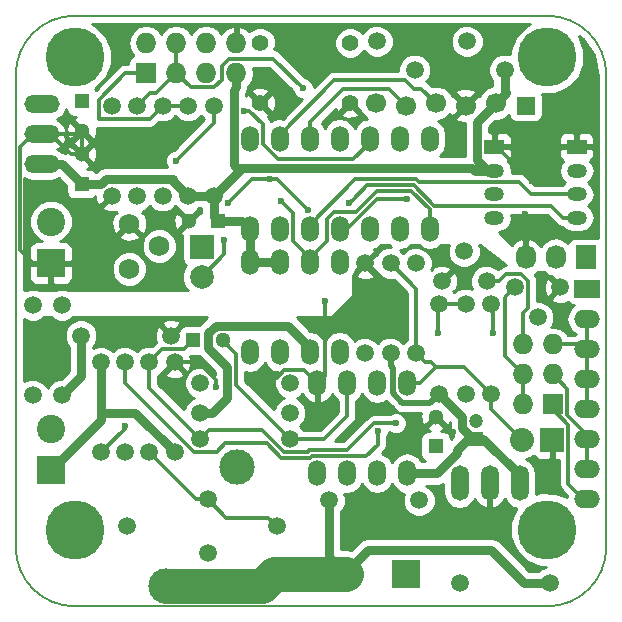
<source format=gtl>
G04 #@! TF.FileFunction,Copper,L1,Top,Signal*
%FSLAX46Y46*%
G04 Gerber Fmt 4.6, Leading zero omitted, Abs format (unit mm)*
G04 Created by KiCad (PCBNEW 4.0.2+dfsg1-stable) date Mo 10 Apr 2017 13:10:28 CEST*
%MOMM*%
G01*
G04 APERTURE LIST*
%ADD10C,0.100000*%
%ADD11C,0.150000*%
%ADD12O,1.501140X2.199640*%
%ADD13R,1.699260X1.198880*%
%ADD14O,1.699260X1.198880*%
%ADD15C,1.397000*%
%ADD16C,1.500000*%
%ADD17C,2.400000*%
%ADD18R,2.400000X2.400000*%
%ADD19C,5.000000*%
%ADD20R,1.727200X1.727200*%
%ADD21O,1.727200X1.727200*%
%ADD22R,2.197100X1.524000*%
%ADD23O,2.197100X1.524000*%
%ADD24C,3.000000*%
%ADD25R,2.000000X2.000000*%
%ADD26C,2.000000*%
%ADD27R,1.600000X1.500000*%
%ADD28C,1.700000*%
%ADD29C,1.750060*%
%ADD30R,1.727200X2.032000*%
%ADD31O,1.727200X2.032000*%
%ADD32R,1.200000X1.200000*%
%ADD33C,1.200000*%
%ADD34R,2.032000X2.032000*%
%ADD35O,2.032000X2.032000*%
%ADD36O,1.500000X3.000000*%
%ADD37O,3.000000X1.500000*%
%ADD38R,1.200000X1.300000*%
%ADD39C,1.300000*%
%ADD40R,1.300000X1.300000*%
%ADD41C,0.600000*%
%ADD42C,0.304800*%
%ADD43C,0.800000*%
%ADD44C,0.500000*%
%ADD45C,3.000000*%
%ADD46C,0.254000*%
G04 APERTURE END LIST*
D10*
D11*
X100000000Y-80000000D02*
G75*
G03X95000000Y-85000000I0J-5000000D01*
G01*
X145000000Y-85000000D02*
G75*
G03X140000000Y-80000000I-5000000J0D01*
G01*
X140000000Y-130000000D02*
G75*
G03X145000000Y-125000000I0J5000000D01*
G01*
X95000000Y-125000000D02*
G75*
G03X100000000Y-130000000I5000000J0D01*
G01*
X95000000Y-85000000D02*
X95000000Y-125000000D01*
X140000000Y-80000000D02*
X100000000Y-80000000D01*
X145000000Y-125000000D02*
X145000000Y-85000000D01*
X100000000Y-130000000D02*
X140000000Y-130000000D01*
D12*
X128143000Y-111125000D03*
X125603000Y-111125000D03*
X123063000Y-111125000D03*
X120523000Y-111125000D03*
X120523000Y-118745000D03*
X123063000Y-118745000D03*
X125603000Y-118745000D03*
X128143000Y-118745000D03*
D13*
X135509000Y-91104720D03*
D14*
X135509000Y-95107760D03*
X135509000Y-93106240D03*
X135509000Y-97106740D03*
D15*
X123317000Y-82296000D03*
X123317000Y-87376000D03*
X115697000Y-82296000D03*
X115697000Y-87376000D03*
D16*
X111252000Y-120904000D03*
D17*
X122936000Y-127254000D03*
D18*
X128016000Y-127254000D03*
D19*
X100000000Y-83500000D03*
X140000000Y-83500000D03*
X140000000Y-123500000D03*
X100000000Y-123500000D03*
D16*
X134874000Y-102489000D03*
X132969000Y-99949000D03*
X131064000Y-102489000D03*
D20*
X106045000Y-84836000D03*
D21*
X106045000Y-82296000D03*
X108585000Y-84836000D03*
X108585000Y-82296000D03*
X111125000Y-84836000D03*
X111125000Y-82296000D03*
X113665000Y-84836000D03*
X113665000Y-82296000D03*
D16*
X140208000Y-128016000D03*
X132588000Y-128016000D03*
X129159000Y-121031000D03*
X121539000Y-121031000D03*
X110617000Y-115824000D03*
X118237000Y-115824000D03*
X106299000Y-116967000D03*
X106299000Y-109347000D03*
X96456500Y-112141000D03*
X96456500Y-104521000D03*
X98933000Y-112141000D03*
X98933000Y-104521000D03*
X108458000Y-109347000D03*
X108458000Y-116967000D03*
X110642400Y-111099600D03*
X118262400Y-111099600D03*
X108153200Y-107086400D03*
X100533200Y-107086400D03*
D20*
X140462000Y-112903000D03*
D21*
X137922000Y-112903000D03*
X140462000Y-110363000D03*
X137922000Y-110363000D03*
X140462000Y-107823000D03*
X137922000Y-107823000D03*
D16*
X137287000Y-102997000D03*
X139192000Y-105537000D03*
X141097000Y-102997000D03*
X133096000Y-104394000D03*
X133096000Y-112014000D03*
X130810000Y-104394000D03*
X130810000Y-112014000D03*
X104267000Y-116967000D03*
X104267000Y-109347000D03*
X124587000Y-100965000D03*
X124587000Y-108585000D03*
X126746000Y-100965000D03*
X126746000Y-108585000D03*
X128905000Y-100965000D03*
X128905000Y-108585000D03*
X135255000Y-104394000D03*
X135255000Y-112014000D03*
X125603000Y-82169000D03*
X133223000Y-82169000D03*
D22*
X143383000Y-103124000D03*
D23*
X143383000Y-105664000D03*
X143383000Y-108204000D03*
X143383000Y-110744000D03*
X143383000Y-113284000D03*
X143383000Y-115824000D03*
X143383000Y-118364000D03*
X143383000Y-120904000D03*
D24*
X107744000Y-128240800D03*
X113744000Y-118240800D03*
D16*
X117094000Y-123240800D03*
X104394000Y-123240800D03*
X110591600Y-113639600D03*
X118211600Y-113639600D03*
D25*
X110744000Y-99568000D03*
D26*
X110744000Y-102108000D03*
D27*
X138176000Y-87604600D03*
D28*
X135636000Y-87401400D03*
X133096000Y-87604600D03*
X130556000Y-87401400D03*
X128016000Y-87604600D03*
X125476000Y-87401400D03*
D17*
X97982000Y-97437000D03*
D18*
X97982000Y-100937000D03*
D29*
X104622600Y-101422200D03*
X107162600Y-99517200D03*
X104622600Y-97612200D03*
D16*
X102235000Y-116967000D03*
X102235000Y-109347000D03*
X107442000Y-87630000D03*
X107442000Y-95250000D03*
X105283000Y-87630000D03*
X105283000Y-95250000D03*
X109601000Y-87630000D03*
X109601000Y-95250000D03*
X111760000Y-87630000D03*
X111760000Y-95250000D03*
X103124000Y-95250000D03*
X103124000Y-87630000D03*
D30*
X143256000Y-100457000D03*
D31*
X140716000Y-100457000D03*
X138176000Y-100457000D03*
D12*
X114808000Y-108458000D03*
X117348000Y-108458000D03*
X119888000Y-108458000D03*
X122428000Y-108458000D03*
X122428000Y-100838000D03*
X119888000Y-100838000D03*
X117348000Y-100838000D03*
X114808000Y-100838000D03*
D13*
X142494000Y-91104720D03*
D14*
X142494000Y-95107760D03*
X142494000Y-93106240D03*
X142494000Y-97106740D03*
D32*
X134010400Y-115812000D03*
D33*
X134010400Y-114312000D03*
D34*
X140411200Y-115925600D03*
D35*
X137871200Y-115925600D03*
D16*
X136398000Y-84582000D03*
X128778000Y-84582000D03*
X111252000Y-125476000D03*
D12*
X114808000Y-98044000D03*
X117348000Y-98044000D03*
X119888000Y-98044000D03*
X122428000Y-98044000D03*
X124968000Y-98044000D03*
X127508000Y-98044000D03*
X130048000Y-98044000D03*
X130048000Y-90424000D03*
X127508000Y-90424000D03*
X124968000Y-90424000D03*
X122428000Y-90424000D03*
X119888000Y-90424000D03*
X117348000Y-90424000D03*
X114808000Y-90424000D03*
D36*
X135128000Y-119583200D03*
X132588000Y-119583200D03*
X137668000Y-119583200D03*
D37*
X97193100Y-90030300D03*
X97193100Y-87490300D03*
X97193100Y-92570300D03*
D17*
X97982000Y-114963000D03*
D18*
X97982000Y-118463000D03*
D38*
X110032800Y-107492800D03*
D39*
X112532800Y-107492800D03*
D40*
X130556000Y-116459000D03*
D39*
X130556000Y-113959000D03*
D40*
X100584000Y-87249000D03*
D39*
X100584000Y-89749000D03*
D40*
X100584000Y-94234000D03*
D39*
X100584000Y-91734000D03*
D40*
X112141000Y-97409000D03*
D39*
X109641000Y-97409000D03*
D41*
X127201062Y-114494739D03*
X131982719Y-115241529D03*
X124079000Y-113157000D03*
X126822200Y-113207800D03*
X126555500Y-103174800D03*
X115925600Y-110629700D03*
X121170700Y-104152700D03*
X111988600Y-111467900D03*
X135420100Y-106895900D03*
X130721100Y-106845100D03*
X125666500Y-115150900D03*
X119722900Y-96431100D03*
X138722100Y-94006829D03*
X138137900Y-96786700D03*
X138214100Y-98272600D03*
X116497100Y-93814900D03*
X112941100Y-95885000D03*
X123236233Y-95866004D03*
X112661700Y-98945700D03*
X108572300Y-92265500D03*
X128162717Y-95477356D03*
X117429865Y-95655173D03*
X119316500Y-86131400D03*
X114363500Y-88074500D03*
X104216200Y-114716979D03*
D42*
X125357105Y-114494739D02*
X126776798Y-114494739D01*
X126776798Y-114494739D02*
X127201062Y-114494739D01*
X123063885Y-116787959D02*
X125357105Y-114494739D01*
X119857032Y-116787959D02*
X123063885Y-116787959D01*
X109281001Y-108244599D02*
X110032800Y-107492800D01*
X119718590Y-116926401D02*
X119857032Y-116787959D01*
X107401401Y-108244599D02*
X109281001Y-108244599D01*
X117707847Y-116926401D02*
X119718590Y-116926401D01*
X106299000Y-109347000D02*
X107401401Y-108244599D01*
X106299000Y-111506000D02*
X106299000Y-109347000D01*
X115855447Y-115074001D02*
X117707847Y-116926401D01*
X111366999Y-115074001D02*
X115855447Y-115074001D01*
X110617000Y-115824000D02*
X111366999Y-115074001D01*
X110617000Y-115824000D02*
X106299000Y-111506000D01*
X113641013Y-111228013D02*
X113641013Y-108601013D01*
X118237000Y-115824000D02*
X113641013Y-111228013D01*
X113641013Y-108601013D02*
X113182799Y-108142799D01*
X121119900Y-115824000D02*
X123063000Y-113880900D01*
X118237000Y-115824000D02*
X121119900Y-115824000D01*
X106299000Y-116967000D02*
X110236000Y-120904000D01*
X113182799Y-108142799D02*
X112532800Y-107492800D01*
X123063000Y-113880900D02*
X123063000Y-111125000D01*
X117094000Y-123240800D02*
X116344001Y-122490801D01*
X116344001Y-122490801D02*
X112838801Y-122490801D01*
X112838801Y-122490801D02*
X111252000Y-120904000D01*
X110236000Y-120904000D02*
X111252000Y-120904000D01*
X143383000Y-120904000D02*
X143046450Y-120904000D01*
X143046450Y-120904000D02*
X141779601Y-119637151D01*
X141779601Y-114627679D02*
X140462000Y-113310078D01*
X141779601Y-119637151D02*
X141779601Y-114627679D01*
X140462000Y-113310078D02*
X140462000Y-112903000D01*
X137922000Y-110363000D02*
X136398000Y-108839000D01*
X136398000Y-108839000D02*
X136398000Y-103886000D01*
X136398000Y-103886000D02*
X136537001Y-103746999D01*
X136537001Y-103746999D02*
X137287000Y-102997000D01*
X137922000Y-112903000D02*
X137922000Y-110363000D01*
X140462000Y-110363000D02*
X141678001Y-111579001D01*
X143383000Y-115517168D02*
X143383000Y-115824000D01*
X141678001Y-113812169D02*
X143383000Y-115517168D01*
X141678001Y-111579001D02*
X141678001Y-113812169D01*
X143383000Y-115824000D02*
X143383000Y-118364000D01*
X143383000Y-108204000D02*
X143383000Y-105664000D01*
X143383000Y-110744000D02*
X143383000Y-108204000D01*
X143383000Y-110744000D02*
X143383000Y-113284000D01*
X140462000Y-107823000D02*
X143002000Y-107823000D01*
X143002000Y-107823000D02*
X143383000Y-108204000D01*
X134874000Y-102489000D02*
X135934660Y-102489000D01*
X137816153Y-101894599D02*
X138389401Y-102467847D01*
X138389401Y-104708045D02*
X137922000Y-105175446D01*
X137922000Y-105175446D02*
X137922000Y-106601686D01*
X137922000Y-106601686D02*
X137922000Y-107823000D01*
X135934660Y-102489000D02*
X136529061Y-101894599D01*
X136529061Y-101894599D02*
X137816153Y-101894599D01*
X138389401Y-102467847D02*
X138389401Y-104708045D01*
X131982719Y-115241529D02*
X131838529Y-115241529D01*
X131838529Y-115241529D02*
X130556000Y-113959000D01*
X126822200Y-113207800D02*
X124129800Y-113207800D01*
X124129800Y-113207800D02*
X124079000Y-113157000D01*
X124587000Y-100965000D02*
X124587000Y-101206300D01*
X124587000Y-101206300D02*
X126555500Y-103174800D01*
X115925600Y-110629700D02*
X117085399Y-110629700D01*
X117085399Y-110629700D02*
X117717900Y-109997199D01*
X117717900Y-109997199D02*
X119395199Y-109997199D01*
X119395199Y-109997199D02*
X120523000Y-111125000D01*
X121170700Y-104152700D02*
X121170700Y-110477300D01*
X121170700Y-110477300D02*
X120523000Y-111125000D01*
X108458000Y-109347000D02*
X110521354Y-109347000D01*
X111988600Y-110814246D02*
X111988600Y-111467900D01*
X110521354Y-109347000D02*
X111988600Y-110814246D01*
X135420100Y-106895900D02*
X135420100Y-104559100D01*
X135420100Y-104559100D02*
X135255000Y-104394000D01*
X130810000Y-104394000D02*
X133096000Y-104394000D01*
X130721100Y-106845100D02*
X130721100Y-104482900D01*
X130721100Y-104482900D02*
X130810000Y-104394000D01*
X104267000Y-109347000D02*
X104267000Y-111105554D01*
X115248599Y-116188399D02*
X116255935Y-116188399D01*
X104267000Y-111105554D02*
X110087847Y-116926401D01*
X112020845Y-116926401D02*
X112758847Y-116188399D01*
X110087847Y-116926401D02*
X112020845Y-116926401D01*
X112758847Y-116188399D02*
X115248599Y-116188399D01*
X124680330Y-117292770D02*
X125666500Y-116306600D01*
X125666500Y-116306600D02*
X125666500Y-115150900D01*
X117498748Y-117431212D02*
X119927689Y-117431212D01*
X116255935Y-116188399D02*
X117498748Y-117431212D01*
X119927689Y-117431212D02*
X120066131Y-117292770D01*
X120066131Y-117292770D02*
X124680330Y-117292770D01*
D43*
X131559999Y-112763999D02*
X130810000Y-112014000D01*
X134010400Y-115812000D02*
X133734398Y-115812000D01*
X132810399Y-114014399D02*
X131559999Y-112763999D01*
X132810399Y-114888001D02*
X132810399Y-114014399D01*
X133734398Y-115812000D02*
X132810399Y-114888001D01*
D44*
X130810000Y-112014000D02*
X130060001Y-112763999D01*
X126942420Y-111971546D02*
X126942420Y-109842080D01*
X130060001Y-112763999D02*
X127734873Y-112763999D01*
X126746000Y-109645660D02*
X126746000Y-108585000D01*
X127734873Y-112763999D02*
X126942420Y-111971546D01*
X126942420Y-109842080D02*
X126746000Y-109645660D01*
D43*
X132384800Y-117043200D02*
X132384800Y-116738400D01*
X130683000Y-118745000D02*
X132384800Y-117043200D01*
X128143000Y-118745000D02*
X130683000Y-118745000D01*
X133311200Y-115812000D02*
X134010400Y-115812000D01*
X132384800Y-116738400D02*
X133311200Y-115812000D01*
X137668000Y-119583200D02*
X137668000Y-118922800D01*
X137668000Y-118922800D02*
X134557200Y-115812000D01*
X134557200Y-115812000D02*
X134010400Y-115812000D01*
X97193100Y-92570300D02*
X98920300Y-92570300D01*
X98920300Y-92570300D02*
X100584000Y-94234000D01*
X135509000Y-93106240D02*
X133859370Y-93106240D01*
X133859370Y-93106240D02*
X133668028Y-92914898D01*
X133668028Y-92914898D02*
X114095102Y-92914898D01*
X114095102Y-92914898D02*
X113903760Y-93106240D01*
X111760000Y-95250000D02*
X111760000Y-97028000D01*
X111760000Y-97028000D02*
X112141000Y-97409000D01*
X136398000Y-86334600D02*
X136485999Y-86422599D01*
X136485999Y-86422599D02*
X136485999Y-86551401D01*
X136485999Y-86551401D02*
X135636000Y-87401400D01*
X135509000Y-93106240D02*
X134981448Y-93106240D01*
X134981448Y-93106240D02*
X134059369Y-92184161D01*
X134059369Y-92184161D02*
X134059369Y-88978031D01*
X134059369Y-88978031D02*
X134786001Y-88251399D01*
X134786001Y-88251399D02*
X135636000Y-87401400D01*
X113665000Y-84836000D02*
X113665000Y-86057314D01*
X113665000Y-86057314D02*
X113457420Y-86264894D01*
X113457420Y-86264894D02*
X113457420Y-92659900D01*
X113457420Y-92659900D02*
X113903760Y-93106240D01*
X113903760Y-93106240D02*
X111760000Y-95250000D01*
X142744190Y-93106240D02*
X142494000Y-93106240D01*
X114808000Y-100838000D02*
X117348000Y-100838000D01*
X114808000Y-98044000D02*
X114808000Y-100838000D01*
X112141000Y-97409000D02*
X114173000Y-97409000D01*
X114173000Y-97409000D02*
X114808000Y-98044000D01*
X109601000Y-95250000D02*
X111760000Y-95250000D01*
X108331000Y-93853000D02*
X108331000Y-93980000D01*
X102235000Y-94234000D02*
X102616000Y-93853000D01*
X102616000Y-93853000D02*
X108331000Y-93853000D01*
X100584000Y-94234000D02*
X102235000Y-94234000D01*
X108331000Y-93980000D02*
X109601000Y-95250000D01*
X136398000Y-86334600D02*
X136398000Y-84582000D01*
D42*
X97193100Y-90030300D02*
X96443100Y-90030300D01*
X96443100Y-90030300D02*
X95340690Y-91132710D01*
X95340690Y-99800490D02*
X96477200Y-100937000D01*
X95340690Y-91132710D02*
X95340690Y-99800490D01*
X96477200Y-100937000D02*
X97982000Y-100937000D01*
X97193100Y-90030300D02*
X100302700Y-90030300D01*
X100302700Y-90030300D02*
X100584000Y-89749000D01*
X100584000Y-89749000D02*
X100584000Y-91734000D01*
X97193100Y-90030300D02*
X97943100Y-90030300D01*
X97943100Y-90030300D02*
X99646800Y-91734000D01*
X99646800Y-91734000D02*
X99664762Y-91734000D01*
X99664762Y-91734000D02*
X100584000Y-91734000D01*
X119722900Y-96431100D02*
X117106700Y-93814900D01*
X117106700Y-93814900D02*
X116497100Y-93814900D01*
X138661299Y-94006829D02*
X138722100Y-94006829D01*
X135759190Y-91104720D02*
X138661299Y-94006829D01*
X135509000Y-91104720D02*
X135759190Y-91104720D01*
X138214100Y-98272600D02*
X138214100Y-96862900D01*
X138214100Y-96862900D02*
X138137900Y-96786700D01*
X112941100Y-95885000D02*
X115011200Y-93814900D01*
X115011200Y-93814900D02*
X116497100Y-93814900D01*
X123767417Y-93815333D02*
X119888000Y-97694750D01*
X128894068Y-93815333D02*
X123767417Y-93815333D01*
X129160769Y-94082034D02*
X128894068Y-93815333D01*
X137591012Y-94082034D02*
X129160769Y-94082034D01*
X138616738Y-95107760D02*
X137591012Y-94082034D01*
X142494000Y-95107760D02*
X138616738Y-95107760D01*
X123536232Y-95566005D02*
X123236233Y-95866004D01*
X124782093Y-94320144D02*
X123536232Y-95566005D01*
X128684969Y-94320144D02*
X124782093Y-94320144D01*
X130438772Y-96073947D02*
X128684969Y-94320144D01*
X141339570Y-97106740D02*
X140306777Y-96073947D01*
X142494000Y-97106740D02*
X141339570Y-97106740D01*
X140306777Y-96073947D02*
X130438772Y-96073947D01*
D43*
X138049000Y-128016000D02*
X140208000Y-128016000D01*
X135255000Y-125222000D02*
X138049000Y-128016000D01*
X124841000Y-125222000D02*
X135255000Y-125222000D01*
X121539000Y-121031000D02*
X121539000Y-125857000D01*
X122936000Y-127254000D02*
X122936000Y-127127000D01*
X122936000Y-127127000D02*
X124841000Y-125222000D01*
X121539000Y-125857000D02*
X122936000Y-127254000D01*
D45*
X122936000Y-127254000D02*
X116840000Y-127254000D01*
X115853200Y-128240800D02*
X107744000Y-128240800D01*
X116840000Y-127254000D02*
X115853200Y-128240800D01*
D43*
X105130600Y-113639600D02*
X102235000Y-113639600D01*
X102235000Y-114210000D02*
X102235000Y-113639600D01*
X102235000Y-113639600D02*
X102235000Y-110744000D01*
X108458000Y-116967000D02*
X105130600Y-113639600D01*
X97982000Y-118463000D02*
X102235000Y-114210000D01*
X102235000Y-109347000D02*
X102235000Y-110744000D01*
X100533200Y-107086400D02*
X100533200Y-110540800D01*
X100533200Y-110540800D02*
X98933000Y-112141000D01*
X118022049Y-106242799D02*
X119888000Y-108108750D01*
X119888000Y-108108750D02*
X119888000Y-108458000D01*
X111932799Y-106242799D02*
X118022049Y-106242799D01*
X111282799Y-106892799D02*
X111932799Y-106242799D01*
X112888602Y-109698604D02*
X111282799Y-108092801D01*
X112888602Y-112403258D02*
X112888602Y-109698604D01*
X111282799Y-108092801D02*
X111282799Y-106892799D01*
X111652260Y-113639600D02*
X112888602Y-112403258D01*
X110591600Y-113639600D02*
X111652260Y-113639600D01*
D42*
X112661700Y-98945700D02*
X112661700Y-100190300D01*
X112661700Y-100190300D02*
X110744000Y-102108000D01*
X111760000Y-87630000D02*
X111760000Y-89077800D01*
X111760000Y-89077800D02*
X108572300Y-92265500D01*
X127738453Y-95477356D02*
X128162717Y-95477356D01*
X122428000Y-98044000D02*
X123058901Y-98044000D01*
X125625545Y-95477356D02*
X127738453Y-95477356D01*
X123058901Y-98044000D02*
X125625545Y-95477356D01*
X127977900Y-85432900D02*
X121989850Y-85432900D01*
X121989850Y-85432900D02*
X117348000Y-90074750D01*
X117348000Y-90074750D02*
X117348000Y-90424000D01*
X128743999Y-86198999D02*
X127977900Y-85432900D01*
X130556000Y-87401400D02*
X129353599Y-86198999D01*
X129353599Y-86198999D02*
X128743999Y-86198999D01*
X128016000Y-87604600D02*
X126610399Y-86198999D01*
X126610399Y-86198999D02*
X122708381Y-86198999D01*
X122708381Y-86198999D02*
X119888000Y-89019380D01*
X119888000Y-89019380D02*
X119888000Y-90424000D01*
X130048000Y-96397085D02*
X130048000Y-96639380D01*
X130048000Y-96639380D02*
X130048000Y-98044000D01*
X123797221Y-96591770D02*
X125564036Y-94824955D01*
X125564036Y-94824955D02*
X128475870Y-94824955D01*
X119888000Y-100488750D02*
X121325020Y-99051730D01*
X121325020Y-99051730D02*
X121325020Y-97237881D01*
X121325020Y-97237881D02*
X121971131Y-96591770D01*
X128475870Y-94824955D02*
X130048000Y-96397085D01*
X121971131Y-96591770D02*
X123797221Y-96591770D01*
X119888000Y-100838000D02*
X119888000Y-100488750D01*
X119888000Y-100488750D02*
X118450980Y-99051730D01*
X117729864Y-95955172D02*
X117429865Y-95655173D01*
X118450980Y-96676288D02*
X117729864Y-95955172D01*
X118450980Y-99051730D02*
X118450980Y-96676288D01*
X107442000Y-87630000D02*
X109601000Y-87630000D01*
X102092801Y-88732401D02*
X102021599Y-88661199D01*
X102021599Y-87100847D02*
X104286446Y-84836000D01*
X102021599Y-88661199D02*
X102021599Y-87100847D01*
X104286446Y-84836000D02*
X104876600Y-84836000D01*
X104876600Y-84836000D02*
X106045000Y-84836000D01*
X107442000Y-87630000D02*
X106339599Y-88732401D01*
X106339599Y-88732401D02*
X102092801Y-88732401D01*
X108585000Y-84836000D02*
X109801001Y-86052001D01*
X109801001Y-86052001D02*
X111816679Y-86052001D01*
X113081319Y-83619999D02*
X116805099Y-83619999D01*
X111816679Y-86052001D02*
X112448999Y-85419681D01*
X112448999Y-85419681D02*
X112448999Y-84252319D01*
X112448999Y-84252319D02*
X113081319Y-83619999D01*
X116805099Y-83619999D02*
X119316500Y-86131400D01*
X108585000Y-84836000D02*
X108585000Y-82296000D01*
X105283000Y-87630000D02*
X106385401Y-86527599D01*
X106385401Y-86527599D02*
X106893401Y-86527599D01*
X107721401Y-85699599D02*
X108585000Y-84836000D01*
X106893401Y-86527599D02*
X107721401Y-85699599D01*
X124968000Y-90424000D02*
X124968000Y-90773250D01*
X124968000Y-90773250D02*
X123578763Y-92162487D01*
X123578763Y-92162487D02*
X117177388Y-92162487D01*
X117177388Y-92162487D02*
X115910980Y-90896079D01*
X115910980Y-89197716D02*
X114787764Y-88074500D01*
X114787764Y-88074500D02*
X114363500Y-88074500D01*
X115910980Y-90896079D02*
X115910980Y-89197716D01*
X128905000Y-108585000D02*
X128905000Y-103124000D01*
X128905000Y-103124000D02*
X126746000Y-100965000D01*
X130201099Y-109334999D02*
X130586480Y-109720380D01*
X130586480Y-109720380D02*
X130602990Y-109720380D01*
X128905000Y-108585000D02*
X129654999Y-109334999D01*
X129654999Y-109334999D02*
X130201099Y-109334999D01*
X135255000Y-112014000D02*
X132961380Y-109720380D01*
X132961380Y-109720380D02*
X130602990Y-109720380D01*
X130602990Y-109720380D02*
X129198370Y-111125000D01*
X129198370Y-111125000D02*
X128143000Y-111125000D01*
X137871200Y-115925600D02*
X135255000Y-113309400D01*
X135255000Y-113309400D02*
X135255000Y-112014000D01*
X104216200Y-114985800D02*
X104216200Y-114716979D01*
X102235000Y-116967000D02*
X104216200Y-114985800D01*
D46*
G36*
X135255000Y-119456200D02*
X135275000Y-119456200D01*
X135275000Y-119710200D01*
X135255000Y-119710200D01*
X135255000Y-121552856D01*
X135469185Y-121675518D01*
X135540684Y-121661373D01*
X136017540Y-121402345D01*
X136358972Y-120980549D01*
X136385572Y-120890689D01*
X136388427Y-120905044D01*
X136688657Y-121354370D01*
X137137983Y-121654600D01*
X137365796Y-121699915D01*
X137343826Y-121721847D01*
X136865546Y-122873674D01*
X136864457Y-124120854D01*
X137340727Y-125273515D01*
X138221847Y-126156174D01*
X139373674Y-126634454D01*
X139923613Y-126634934D01*
X139424485Y-126841169D01*
X139284410Y-126981000D01*
X138477711Y-126981000D01*
X135986856Y-124490144D01*
X135651077Y-124265785D01*
X135255000Y-124186999D01*
X135254995Y-124187000D01*
X124841005Y-124187000D01*
X124841000Y-124186999D01*
X124444923Y-124265785D01*
X124109144Y-124490144D01*
X124109142Y-124490147D01*
X123389985Y-125209303D01*
X122936000Y-125119000D01*
X122574000Y-125119000D01*
X122574000Y-121954784D01*
X122712461Y-121816564D01*
X122923759Y-121307702D01*
X122924240Y-120756715D01*
X122802459Y-120461982D01*
X123063000Y-120513807D01*
X123593235Y-120408337D01*
X124042746Y-120107983D01*
X124333000Y-119673588D01*
X124623254Y-120107983D01*
X125072765Y-120408337D01*
X125603000Y-120513807D01*
X126133235Y-120408337D01*
X126582746Y-120107983D01*
X126873000Y-119673588D01*
X127163254Y-120107983D01*
X127612765Y-120408337D01*
X127894617Y-120464401D01*
X127774241Y-120754298D01*
X127773760Y-121305285D01*
X127984169Y-121814515D01*
X128373436Y-122204461D01*
X128882298Y-122415759D01*
X129433285Y-122416240D01*
X129942515Y-122205831D01*
X130332461Y-121816564D01*
X130543759Y-121307702D01*
X130544240Y-120756715D01*
X130333831Y-120247485D01*
X129944564Y-119857539D01*
X129757829Y-119780000D01*
X130682995Y-119780000D01*
X130683000Y-119780001D01*
X131079077Y-119701215D01*
X131203000Y-119618413D01*
X131203000Y-120375027D01*
X131308427Y-120905044D01*
X131608657Y-121354370D01*
X132057983Y-121654600D01*
X132588000Y-121760027D01*
X133118017Y-121654600D01*
X133567343Y-121354370D01*
X133867573Y-120905044D01*
X133870428Y-120890689D01*
X133897028Y-120980549D01*
X134238460Y-121402345D01*
X134715316Y-121661373D01*
X134786815Y-121675518D01*
X135001000Y-121552856D01*
X135001000Y-119710200D01*
X134981000Y-119710200D01*
X134981000Y-119456200D01*
X135001000Y-119456200D01*
X135001000Y-119436200D01*
X135255000Y-119436200D01*
X135255000Y-119456200D01*
X135255000Y-119456200D01*
G37*
X135255000Y-119456200D02*
X135275000Y-119456200D01*
X135275000Y-119710200D01*
X135255000Y-119710200D01*
X135255000Y-121552856D01*
X135469185Y-121675518D01*
X135540684Y-121661373D01*
X136017540Y-121402345D01*
X136358972Y-120980549D01*
X136385572Y-120890689D01*
X136388427Y-120905044D01*
X136688657Y-121354370D01*
X137137983Y-121654600D01*
X137365796Y-121699915D01*
X137343826Y-121721847D01*
X136865546Y-122873674D01*
X136864457Y-124120854D01*
X137340727Y-125273515D01*
X138221847Y-126156174D01*
X139373674Y-126634454D01*
X139923613Y-126634934D01*
X139424485Y-126841169D01*
X139284410Y-126981000D01*
X138477711Y-126981000D01*
X135986856Y-124490144D01*
X135651077Y-124265785D01*
X135255000Y-124186999D01*
X135254995Y-124187000D01*
X124841005Y-124187000D01*
X124841000Y-124186999D01*
X124444923Y-124265785D01*
X124109144Y-124490144D01*
X124109142Y-124490147D01*
X123389985Y-125209303D01*
X122936000Y-125119000D01*
X122574000Y-125119000D01*
X122574000Y-121954784D01*
X122712461Y-121816564D01*
X122923759Y-121307702D01*
X122924240Y-120756715D01*
X122802459Y-120461982D01*
X123063000Y-120513807D01*
X123593235Y-120408337D01*
X124042746Y-120107983D01*
X124333000Y-119673588D01*
X124623254Y-120107983D01*
X125072765Y-120408337D01*
X125603000Y-120513807D01*
X126133235Y-120408337D01*
X126582746Y-120107983D01*
X126873000Y-119673588D01*
X127163254Y-120107983D01*
X127612765Y-120408337D01*
X127894617Y-120464401D01*
X127774241Y-120754298D01*
X127773760Y-121305285D01*
X127984169Y-121814515D01*
X128373436Y-122204461D01*
X128882298Y-122415759D01*
X129433285Y-122416240D01*
X129942515Y-122205831D01*
X130332461Y-121816564D01*
X130543759Y-121307702D01*
X130544240Y-120756715D01*
X130333831Y-120247485D01*
X129944564Y-119857539D01*
X129757829Y-119780000D01*
X130682995Y-119780000D01*
X130683000Y-119780001D01*
X131079077Y-119701215D01*
X131203000Y-119618413D01*
X131203000Y-120375027D01*
X131308427Y-120905044D01*
X131608657Y-121354370D01*
X132057983Y-121654600D01*
X132588000Y-121760027D01*
X133118017Y-121654600D01*
X133567343Y-121354370D01*
X133867573Y-120905044D01*
X133870428Y-120890689D01*
X133897028Y-120980549D01*
X134238460Y-121402345D01*
X134715316Y-121661373D01*
X134786815Y-121675518D01*
X135001000Y-121552856D01*
X135001000Y-119710200D01*
X134981000Y-119710200D01*
X134981000Y-119456200D01*
X135001000Y-119456200D01*
X135001000Y-119436200D01*
X135255000Y-119436200D01*
X135255000Y-119456200D01*
G36*
X140538200Y-115798600D02*
X140558200Y-115798600D01*
X140558200Y-116052600D01*
X140538200Y-116052600D01*
X140538200Y-117417850D01*
X140696950Y-117576600D01*
X140992201Y-117576600D01*
X140992201Y-119637151D01*
X141052138Y-119938476D01*
X141222825Y-120193927D01*
X141668150Y-120639252D01*
X141638954Y-120786026D01*
X140626326Y-120365546D01*
X139379146Y-120364457D01*
X139026085Y-120510339D01*
X139053000Y-120375027D01*
X139053000Y-118791373D01*
X138947573Y-118261356D01*
X138647343Y-117812030D01*
X138235080Y-117536565D01*
X138503010Y-117483270D01*
X138839201Y-117258634D01*
X138856873Y-117301298D01*
X139035501Y-117479927D01*
X139268890Y-117576600D01*
X140125450Y-117576600D01*
X140284200Y-117417850D01*
X140284200Y-116052600D01*
X140264200Y-116052600D01*
X140264200Y-115798600D01*
X140284200Y-115798600D01*
X140284200Y-115778600D01*
X140538200Y-115778600D01*
X140538200Y-115798600D01*
X140538200Y-115798600D01*
G37*
X140538200Y-115798600D02*
X140558200Y-115798600D01*
X140558200Y-116052600D01*
X140538200Y-116052600D01*
X140538200Y-117417850D01*
X140696950Y-117576600D01*
X140992201Y-117576600D01*
X140992201Y-119637151D01*
X141052138Y-119938476D01*
X141222825Y-120193927D01*
X141668150Y-120639252D01*
X141638954Y-120786026D01*
X140626326Y-120365546D01*
X139379146Y-120364457D01*
X139026085Y-120510339D01*
X139053000Y-120375027D01*
X139053000Y-118791373D01*
X138947573Y-118261356D01*
X138647343Y-117812030D01*
X138235080Y-117536565D01*
X138503010Y-117483270D01*
X138839201Y-117258634D01*
X138856873Y-117301298D01*
X139035501Y-117479927D01*
X139268890Y-117576600D01*
X140125450Y-117576600D01*
X140284200Y-117417850D01*
X140284200Y-116052600D01*
X140264200Y-116052600D01*
X140264200Y-115798600D01*
X140284200Y-115798600D01*
X140284200Y-115778600D01*
X140538200Y-115778600D01*
X140538200Y-115798600D01*
G36*
X127734873Y-113649000D02*
X127734878Y-113648999D01*
X129303296Y-113648999D01*
X129258378Y-113778078D01*
X129287917Y-114288428D01*
X129426389Y-114622729D01*
X129656984Y-114678410D01*
X130376395Y-113959000D01*
X130362253Y-113944858D01*
X130541858Y-113765252D01*
X130556000Y-113779395D01*
X130570142Y-113765252D01*
X130749748Y-113944858D01*
X130735605Y-113959000D01*
X131455016Y-114678410D01*
X131685611Y-114622729D01*
X131755159Y-114422871D01*
X131775399Y-114443110D01*
X131775399Y-114887996D01*
X131775398Y-114888001D01*
X131854184Y-115284078D01*
X132062957Y-115596531D01*
X131852973Y-115806516D01*
X131809162Y-115573683D01*
X131670090Y-115357559D01*
X131457890Y-115212569D01*
X131206000Y-115161560D01*
X131043615Y-115161560D01*
X131219729Y-115088611D01*
X131275410Y-114858016D01*
X130556000Y-114138605D01*
X129836590Y-114858016D01*
X129892271Y-115088611D01*
X130101902Y-115161560D01*
X129906000Y-115161560D01*
X129670683Y-115205838D01*
X129454559Y-115344910D01*
X129309569Y-115557110D01*
X129258560Y-115809000D01*
X129258560Y-117109000D01*
X129302838Y-117344317D01*
X129441910Y-117560441D01*
X129654110Y-117705431D01*
X129676672Y-117710000D01*
X129341897Y-117710000D01*
X129122746Y-117382017D01*
X128673235Y-117081663D01*
X128143000Y-116976193D01*
X127612765Y-117081663D01*
X127163254Y-117382017D01*
X126873000Y-117816412D01*
X126582746Y-117382017D01*
X126133235Y-117081663D01*
X126026266Y-117060386D01*
X126223276Y-116863376D01*
X126393963Y-116607925D01*
X126453900Y-116306600D01*
X126453900Y-115686011D01*
X126458692Y-115681227D01*
X126601338Y-115337699D01*
X126601386Y-115282139D01*
X126665951Y-115282139D01*
X126670735Y-115286931D01*
X127014263Y-115429577D01*
X127386229Y-115429901D01*
X127730005Y-115287856D01*
X127993254Y-115025066D01*
X128135900Y-114681538D01*
X128136224Y-114309572D01*
X127994179Y-113965796D01*
X127731389Y-113702547D01*
X127480651Y-113598431D01*
X127734873Y-113649000D01*
X127734873Y-113649000D01*
G37*
X127734873Y-113649000D02*
X127734878Y-113648999D01*
X129303296Y-113648999D01*
X129258378Y-113778078D01*
X129287917Y-114288428D01*
X129426389Y-114622729D01*
X129656984Y-114678410D01*
X130376395Y-113959000D01*
X130362253Y-113944858D01*
X130541858Y-113765252D01*
X130556000Y-113779395D01*
X130570142Y-113765252D01*
X130749748Y-113944858D01*
X130735605Y-113959000D01*
X131455016Y-114678410D01*
X131685611Y-114622729D01*
X131755159Y-114422871D01*
X131775399Y-114443110D01*
X131775399Y-114887996D01*
X131775398Y-114888001D01*
X131854184Y-115284078D01*
X132062957Y-115596531D01*
X131852973Y-115806516D01*
X131809162Y-115573683D01*
X131670090Y-115357559D01*
X131457890Y-115212569D01*
X131206000Y-115161560D01*
X131043615Y-115161560D01*
X131219729Y-115088611D01*
X131275410Y-114858016D01*
X130556000Y-114138605D01*
X129836590Y-114858016D01*
X129892271Y-115088611D01*
X130101902Y-115161560D01*
X129906000Y-115161560D01*
X129670683Y-115205838D01*
X129454559Y-115344910D01*
X129309569Y-115557110D01*
X129258560Y-115809000D01*
X129258560Y-117109000D01*
X129302838Y-117344317D01*
X129441910Y-117560441D01*
X129654110Y-117705431D01*
X129676672Y-117710000D01*
X129341897Y-117710000D01*
X129122746Y-117382017D01*
X128673235Y-117081663D01*
X128143000Y-116976193D01*
X127612765Y-117081663D01*
X127163254Y-117382017D01*
X126873000Y-117816412D01*
X126582746Y-117382017D01*
X126133235Y-117081663D01*
X126026266Y-117060386D01*
X126223276Y-116863376D01*
X126393963Y-116607925D01*
X126453900Y-116306600D01*
X126453900Y-115686011D01*
X126458692Y-115681227D01*
X126601338Y-115337699D01*
X126601386Y-115282139D01*
X126665951Y-115282139D01*
X126670735Y-115286931D01*
X127014263Y-115429577D01*
X127386229Y-115429901D01*
X127730005Y-115287856D01*
X127993254Y-115025066D01*
X128135900Y-114681538D01*
X128136224Y-114309572D01*
X127994179Y-113965796D01*
X127731389Y-113702547D01*
X127480651Y-113598431D01*
X127734873Y-113649000D01*
G36*
X124623254Y-112487983D02*
X125072765Y-112788337D01*
X125603000Y-112893807D01*
X126133235Y-112788337D01*
X126357669Y-112638375D01*
X127109081Y-113389786D01*
X127109083Y-113389789D01*
X127363644Y-113559880D01*
X127015895Y-113559577D01*
X126672119Y-113701622D01*
X126666392Y-113707339D01*
X125357105Y-113707339D01*
X125055780Y-113767276D01*
X124800329Y-113937963D01*
X122737733Y-116000559D01*
X122056893Y-116000559D01*
X123619776Y-114437676D01*
X123790463Y-114182225D01*
X123850400Y-113880900D01*
X123850400Y-112616505D01*
X124042746Y-112487983D01*
X124333000Y-112053588D01*
X124623254Y-112487983D01*
X124623254Y-112487983D01*
G37*
X124623254Y-112487983D02*
X125072765Y-112788337D01*
X125603000Y-112893807D01*
X126133235Y-112788337D01*
X126357669Y-112638375D01*
X127109081Y-113389786D01*
X127109083Y-113389789D01*
X127363644Y-113559880D01*
X127015895Y-113559577D01*
X126672119Y-113701622D01*
X126666392Y-113707339D01*
X125357105Y-113707339D01*
X125055780Y-113767276D01*
X124800329Y-113937963D01*
X122737733Y-116000559D01*
X122056893Y-116000559D01*
X123619776Y-114437676D01*
X123790463Y-114182225D01*
X123850400Y-113880900D01*
X123850400Y-112616505D01*
X124042746Y-112487983D01*
X124333000Y-112053588D01*
X124623254Y-112487983D01*
G36*
X120650000Y-110998000D02*
X120670000Y-110998000D01*
X120670000Y-111252000D01*
X120650000Y-111252000D01*
X120650000Y-112694479D01*
X120864275Y-112817133D01*
X120935903Y-112802950D01*
X121412944Y-112543798D01*
X121754499Y-112121817D01*
X121781399Y-112030928D01*
X121782900Y-112038472D01*
X122083254Y-112487983D01*
X122275600Y-112616505D01*
X122275600Y-113554748D01*
X120793748Y-115036600D01*
X119407953Y-115036600D01*
X119090809Y-114718903D01*
X119385061Y-114425164D01*
X119596359Y-113916302D01*
X119596840Y-113365315D01*
X119386431Y-112856085D01*
X118997164Y-112466139D01*
X118790067Y-112380145D01*
X119045915Y-112274431D01*
X119270358Y-112050379D01*
X119291501Y-112121817D01*
X119633056Y-112543798D01*
X120110097Y-112802950D01*
X120181725Y-112817133D01*
X120396000Y-112694479D01*
X120396000Y-111252000D01*
X120376000Y-111252000D01*
X120376000Y-110998000D01*
X120396000Y-110998000D01*
X120396000Y-110978000D01*
X120650000Y-110978000D01*
X120650000Y-110998000D01*
X120650000Y-110998000D01*
G37*
X120650000Y-110998000D02*
X120670000Y-110998000D01*
X120670000Y-111252000D01*
X120650000Y-111252000D01*
X120650000Y-112694479D01*
X120864275Y-112817133D01*
X120935903Y-112802950D01*
X121412944Y-112543798D01*
X121754499Y-112121817D01*
X121781399Y-112030928D01*
X121782900Y-112038472D01*
X122083254Y-112487983D01*
X122275600Y-112616505D01*
X122275600Y-113554748D01*
X120793748Y-115036600D01*
X119407953Y-115036600D01*
X119090809Y-114718903D01*
X119385061Y-114425164D01*
X119596359Y-113916302D01*
X119596840Y-113365315D01*
X119386431Y-112856085D01*
X118997164Y-112466139D01*
X118790067Y-112380145D01*
X119045915Y-112274431D01*
X119270358Y-112050379D01*
X119291501Y-112121817D01*
X119633056Y-112543798D01*
X120110097Y-112802950D01*
X120181725Y-112817133D01*
X120396000Y-112694479D01*
X120396000Y-111252000D01*
X120376000Y-111252000D01*
X120376000Y-110998000D01*
X120396000Y-110998000D01*
X120396000Y-110978000D01*
X120650000Y-110978000D01*
X120650000Y-110998000D01*
G36*
X134204148Y-114297858D02*
X134190005Y-114312000D01*
X134204148Y-114326143D01*
X134024543Y-114505748D01*
X134010400Y-114491605D01*
X133996258Y-114505748D01*
X133845399Y-114354889D01*
X133845399Y-114269111D01*
X133996258Y-114118253D01*
X134010400Y-114132395D01*
X134024543Y-114118253D01*
X134204148Y-114297858D01*
X134204148Y-114297858D01*
G37*
X134204148Y-114297858D02*
X134190005Y-114312000D01*
X134204148Y-114326143D01*
X134024543Y-114505748D01*
X134010400Y-114491605D01*
X133996258Y-114505748D01*
X133845399Y-114354889D01*
X133845399Y-114269111D01*
X133996258Y-114118253D01*
X134010400Y-114132395D01*
X134024543Y-114118253D01*
X134204148Y-114297858D01*
G36*
X110550943Y-108824657D02*
X111853602Y-110127315D01*
X111853602Y-110404110D01*
X111817231Y-110316085D01*
X111427964Y-109926139D01*
X110919102Y-109714841D01*
X110368115Y-109714360D01*
X109858885Y-109924769D01*
X109468939Y-110314036D01*
X109257641Y-110822898D01*
X109257160Y-111373885D01*
X109467569Y-111883115D01*
X109856836Y-112273061D01*
X110063933Y-112359055D01*
X109808085Y-112464769D01*
X109418139Y-112854036D01*
X109225211Y-113318659D01*
X107086400Y-111179848D01*
X107086400Y-110517953D01*
X107286183Y-110318517D01*
X107666088Y-110318517D01*
X107734077Y-110559460D01*
X108253171Y-110744201D01*
X108803448Y-110716230D01*
X109181923Y-110559460D01*
X109249912Y-110318517D01*
X108458000Y-109526605D01*
X107666088Y-110318517D01*
X107286183Y-110318517D01*
X107470593Y-110134428D01*
X107486483Y-110138912D01*
X108278395Y-109347000D01*
X108264253Y-109332858D01*
X108443858Y-109153253D01*
X108458000Y-109167395D01*
X108472143Y-109153253D01*
X108651748Y-109332858D01*
X108637605Y-109347000D01*
X109429517Y-110138912D01*
X109670460Y-110070923D01*
X109855201Y-109551829D01*
X109827230Y-109001552D01*
X109764574Y-108850288D01*
X109837777Y-108801375D01*
X109848912Y-108790240D01*
X110527946Y-108790240D01*
X110550943Y-108824657D01*
X110550943Y-108824657D01*
G37*
X110550943Y-108824657D02*
X111853602Y-110127315D01*
X111853602Y-110404110D01*
X111817231Y-110316085D01*
X111427964Y-109926139D01*
X110919102Y-109714841D01*
X110368115Y-109714360D01*
X109858885Y-109924769D01*
X109468939Y-110314036D01*
X109257641Y-110822898D01*
X109257160Y-111373885D01*
X109467569Y-111883115D01*
X109856836Y-112273061D01*
X110063933Y-112359055D01*
X109808085Y-112464769D01*
X109418139Y-112854036D01*
X109225211Y-113318659D01*
X107086400Y-111179848D01*
X107086400Y-110517953D01*
X107286183Y-110318517D01*
X107666088Y-110318517D01*
X107734077Y-110559460D01*
X108253171Y-110744201D01*
X108803448Y-110716230D01*
X109181923Y-110559460D01*
X109249912Y-110318517D01*
X108458000Y-109526605D01*
X107666088Y-110318517D01*
X107286183Y-110318517D01*
X107470593Y-110134428D01*
X107486483Y-110138912D01*
X108278395Y-109347000D01*
X108264253Y-109332858D01*
X108443858Y-109153253D01*
X108458000Y-109167395D01*
X108472143Y-109153253D01*
X108651748Y-109332858D01*
X108637605Y-109347000D01*
X109429517Y-110138912D01*
X109670460Y-110070923D01*
X109855201Y-109551829D01*
X109827230Y-109001552D01*
X109764574Y-108850288D01*
X109837777Y-108801375D01*
X109848912Y-108790240D01*
X110527946Y-108790240D01*
X110550943Y-108824657D01*
G36*
X116368254Y-109820983D02*
X116817765Y-110121337D01*
X117204845Y-110198332D01*
X117088939Y-110314036D01*
X116877641Y-110822898D01*
X116877160Y-111373885D01*
X117087569Y-111883115D01*
X117476836Y-112273061D01*
X117683933Y-112359055D01*
X117428085Y-112464769D01*
X117038139Y-112854036D01*
X116845211Y-113318659D01*
X114428413Y-110901861D01*
X114428413Y-110151303D01*
X114808000Y-110226807D01*
X115338235Y-110121337D01*
X115787746Y-109820983D01*
X116078000Y-109386588D01*
X116368254Y-109820983D01*
X116368254Y-109820983D01*
G37*
X116368254Y-109820983D02*
X116817765Y-110121337D01*
X117204845Y-110198332D01*
X117088939Y-110314036D01*
X116877641Y-110822898D01*
X116877160Y-111373885D01*
X117087569Y-111883115D01*
X117476836Y-112273061D01*
X117683933Y-112359055D01*
X117428085Y-112464769D01*
X117038139Y-112854036D01*
X116845211Y-113318659D01*
X114428413Y-110901861D01*
X114428413Y-110151303D01*
X114808000Y-110226807D01*
X115338235Y-110121337D01*
X115787746Y-109820983D01*
X116078000Y-109386588D01*
X116368254Y-109820983D01*
G36*
X98147436Y-105694461D02*
X98656298Y-105905759D01*
X99207285Y-105906240D01*
X99716515Y-105695831D01*
X99875623Y-105537000D01*
X111174887Y-105537000D01*
X110550943Y-106160943D01*
X110527946Y-106195360D01*
X109432800Y-106195360D01*
X109197483Y-106239638D01*
X108981359Y-106378710D01*
X108853787Y-106565418D01*
X108332805Y-107086400D01*
X108346948Y-107100543D01*
X108167343Y-107280148D01*
X108153200Y-107266005D01*
X108139058Y-107280148D01*
X107959453Y-107100543D01*
X107973595Y-107086400D01*
X107181683Y-106294488D01*
X106940740Y-106362477D01*
X106755999Y-106881571D01*
X106783970Y-107431848D01*
X106880163Y-107664077D01*
X106844625Y-107687823D01*
X106570212Y-107962236D01*
X106024715Y-107961760D01*
X105515485Y-108172169D01*
X105282936Y-108404313D01*
X105052564Y-108173539D01*
X104543702Y-107962241D01*
X103992715Y-107961760D01*
X103483485Y-108172169D01*
X103250936Y-108404313D01*
X103020564Y-108173539D01*
X102511702Y-107962241D01*
X101960715Y-107961760D01*
X101568200Y-108123943D01*
X101568200Y-108010184D01*
X101706661Y-107871964D01*
X101917959Y-107363102D01*
X101918440Y-106812115D01*
X101708031Y-106302885D01*
X101520357Y-106114883D01*
X107361288Y-106114883D01*
X108153200Y-106906795D01*
X108945112Y-106114883D01*
X108877123Y-105873940D01*
X108358029Y-105689199D01*
X107807752Y-105717170D01*
X107429277Y-105873940D01*
X107361288Y-106114883D01*
X101520357Y-106114883D01*
X101318764Y-105912939D01*
X100809902Y-105701641D01*
X100258915Y-105701160D01*
X99749685Y-105911569D01*
X99359739Y-106300836D01*
X99148441Y-106809698D01*
X99147960Y-107360685D01*
X99358369Y-107869915D01*
X99498200Y-108009990D01*
X99498200Y-110112089D01*
X98854358Y-110755931D01*
X98658715Y-110755760D01*
X98149485Y-110966169D01*
X97759539Y-111355436D01*
X97694852Y-111511219D01*
X97631331Y-111357485D01*
X97242064Y-110967539D01*
X96733202Y-110756241D01*
X96182215Y-110755760D01*
X95710000Y-110950875D01*
X95710000Y-105710682D01*
X96179798Y-105905759D01*
X96730785Y-105906240D01*
X97240015Y-105695831D01*
X97399123Y-105537000D01*
X97990249Y-105537000D01*
X98147436Y-105694461D01*
X98147436Y-105694461D01*
G37*
X98147436Y-105694461D02*
X98656298Y-105905759D01*
X99207285Y-105906240D01*
X99716515Y-105695831D01*
X99875623Y-105537000D01*
X111174887Y-105537000D01*
X110550943Y-106160943D01*
X110527946Y-106195360D01*
X109432800Y-106195360D01*
X109197483Y-106239638D01*
X108981359Y-106378710D01*
X108853787Y-106565418D01*
X108332805Y-107086400D01*
X108346948Y-107100543D01*
X108167343Y-107280148D01*
X108153200Y-107266005D01*
X108139058Y-107280148D01*
X107959453Y-107100543D01*
X107973595Y-107086400D01*
X107181683Y-106294488D01*
X106940740Y-106362477D01*
X106755999Y-106881571D01*
X106783970Y-107431848D01*
X106880163Y-107664077D01*
X106844625Y-107687823D01*
X106570212Y-107962236D01*
X106024715Y-107961760D01*
X105515485Y-108172169D01*
X105282936Y-108404313D01*
X105052564Y-108173539D01*
X104543702Y-107962241D01*
X103992715Y-107961760D01*
X103483485Y-108172169D01*
X103250936Y-108404313D01*
X103020564Y-108173539D01*
X102511702Y-107962241D01*
X101960715Y-107961760D01*
X101568200Y-108123943D01*
X101568200Y-108010184D01*
X101706661Y-107871964D01*
X101917959Y-107363102D01*
X101918440Y-106812115D01*
X101708031Y-106302885D01*
X101520357Y-106114883D01*
X107361288Y-106114883D01*
X108153200Y-106906795D01*
X108945112Y-106114883D01*
X108877123Y-105873940D01*
X108358029Y-105689199D01*
X107807752Y-105717170D01*
X107429277Y-105873940D01*
X107361288Y-106114883D01*
X101520357Y-106114883D01*
X101318764Y-105912939D01*
X100809902Y-105701641D01*
X100258915Y-105701160D01*
X99749685Y-105911569D01*
X99359739Y-106300836D01*
X99148441Y-106809698D01*
X99147960Y-107360685D01*
X99358369Y-107869915D01*
X99498200Y-108009990D01*
X99498200Y-110112089D01*
X98854358Y-110755931D01*
X98658715Y-110755760D01*
X98149485Y-110966169D01*
X97759539Y-111355436D01*
X97694852Y-111511219D01*
X97631331Y-111357485D01*
X97242064Y-110967539D01*
X96733202Y-110756241D01*
X96182215Y-110755760D01*
X95710000Y-110950875D01*
X95710000Y-105710682D01*
X96179798Y-105905759D01*
X96730785Y-105906240D01*
X97240015Y-105695831D01*
X97399123Y-105537000D01*
X97990249Y-105537000D01*
X98147436Y-105694461D01*
G36*
X126787245Y-99580035D02*
X126471715Y-99579760D01*
X125962485Y-99790169D01*
X125574407Y-100177572D01*
X125558517Y-100173088D01*
X124766605Y-100965000D01*
X125558517Y-101756912D01*
X125574928Y-101752281D01*
X125960436Y-102138461D01*
X126469298Y-102349759D01*
X127017686Y-102350238D01*
X128117600Y-103450152D01*
X128117600Y-107414047D01*
X127825325Y-107705813D01*
X127531564Y-107411539D01*
X127022702Y-107200241D01*
X126471715Y-107199760D01*
X125962485Y-107410169D01*
X125666325Y-107705813D01*
X125372564Y-107411539D01*
X124863702Y-107200241D01*
X124312715Y-107199760D01*
X123803485Y-107410169D01*
X123692412Y-107521049D01*
X123407746Y-107095017D01*
X122958235Y-106794663D01*
X122428000Y-106689193D01*
X121897765Y-106794663D01*
X121448254Y-107095017D01*
X121158000Y-107529412D01*
X120867746Y-107095017D01*
X120418235Y-106794663D01*
X119943118Y-106700157D01*
X118779962Y-105537000D01*
X121666000Y-105537000D01*
X121715410Y-105526994D01*
X121755803Y-105499803D01*
X123533803Y-103721803D01*
X123561666Y-103679789D01*
X123571000Y-103632000D01*
X123571000Y-101956656D01*
X123584456Y-101936517D01*
X123795088Y-101936517D01*
X123863077Y-102177460D01*
X124382171Y-102362201D01*
X124932448Y-102334230D01*
X125310923Y-102177460D01*
X125378912Y-101936517D01*
X124587000Y-101144605D01*
X123795088Y-101936517D01*
X123584456Y-101936517D01*
X123708100Y-101751472D01*
X123729746Y-101642649D01*
X124407395Y-100965000D01*
X124393253Y-100950858D01*
X124572858Y-100771253D01*
X124587000Y-100785395D01*
X125378912Y-99993483D01*
X125310923Y-99752540D01*
X125296604Y-99747444D01*
X125498235Y-99707337D01*
X125896836Y-99441000D01*
X126579164Y-99441000D01*
X126787245Y-99580035D01*
X126787245Y-99580035D01*
G37*
X126787245Y-99580035D02*
X126471715Y-99579760D01*
X125962485Y-99790169D01*
X125574407Y-100177572D01*
X125558517Y-100173088D01*
X124766605Y-100965000D01*
X125558517Y-101756912D01*
X125574928Y-101752281D01*
X125960436Y-102138461D01*
X126469298Y-102349759D01*
X127017686Y-102350238D01*
X128117600Y-103450152D01*
X128117600Y-107414047D01*
X127825325Y-107705813D01*
X127531564Y-107411539D01*
X127022702Y-107200241D01*
X126471715Y-107199760D01*
X125962485Y-107410169D01*
X125666325Y-107705813D01*
X125372564Y-107411539D01*
X124863702Y-107200241D01*
X124312715Y-107199760D01*
X123803485Y-107410169D01*
X123692412Y-107521049D01*
X123407746Y-107095017D01*
X122958235Y-106794663D01*
X122428000Y-106689193D01*
X121897765Y-106794663D01*
X121448254Y-107095017D01*
X121158000Y-107529412D01*
X120867746Y-107095017D01*
X120418235Y-106794663D01*
X119943118Y-106700157D01*
X118779962Y-105537000D01*
X121666000Y-105537000D01*
X121715410Y-105526994D01*
X121755803Y-105499803D01*
X123533803Y-103721803D01*
X123561666Y-103679789D01*
X123571000Y-103632000D01*
X123571000Y-101956656D01*
X123584456Y-101936517D01*
X123795088Y-101936517D01*
X123863077Y-102177460D01*
X124382171Y-102362201D01*
X124932448Y-102334230D01*
X125310923Y-102177460D01*
X125378912Y-101936517D01*
X124587000Y-101144605D01*
X123795088Y-101936517D01*
X123584456Y-101936517D01*
X123708100Y-101751472D01*
X123729746Y-101642649D01*
X124407395Y-100965000D01*
X124393253Y-100950858D01*
X124572858Y-100771253D01*
X124587000Y-100785395D01*
X125378912Y-99993483D01*
X125310923Y-99752540D01*
X125296604Y-99747444D01*
X125498235Y-99707337D01*
X125896836Y-99441000D01*
X126579164Y-99441000D01*
X126787245Y-99580035D01*
G36*
X140142511Y-102026271D02*
X140346440Y-102066835D01*
X141097000Y-102817395D01*
X141111143Y-102803253D01*
X141290748Y-102982858D01*
X141276605Y-102997000D01*
X141290748Y-103011143D01*
X141111143Y-103190748D01*
X141097000Y-103176605D01*
X140305088Y-103968517D01*
X140373077Y-104209460D01*
X140892171Y-104394201D01*
X141442448Y-104366230D01*
X141755456Y-104236577D01*
X141820360Y-104337441D01*
X142032560Y-104482431D01*
X142249013Y-104526264D01*
X142024660Y-104676172D01*
X141721828Y-105129391D01*
X141615488Y-105664000D01*
X141721828Y-106198609D01*
X142024660Y-106651828D01*
X142446959Y-106934000D01*
X142294904Y-107035600D01*
X141732954Y-107035600D01*
X141551029Y-106763330D01*
X141064848Y-106438474D01*
X140491359Y-106324400D01*
X140432641Y-106324400D01*
X140346447Y-106341545D01*
X140365461Y-106322564D01*
X140576759Y-105813702D01*
X140577240Y-105262715D01*
X140366831Y-104753485D01*
X139977564Y-104363539D01*
X139468702Y-104152241D01*
X139176801Y-104151986D01*
X139176801Y-102792171D01*
X139699799Y-102792171D01*
X139727770Y-103342448D01*
X139884540Y-103720923D01*
X140125483Y-103788912D01*
X140917395Y-102997000D01*
X140125483Y-102205088D01*
X139884540Y-102273077D01*
X139699799Y-102792171D01*
X139176801Y-102792171D01*
X139176801Y-102467847D01*
X139116864Y-102166522D01*
X138946177Y-101911071D01*
X138936452Y-101901346D01*
X139197379Y-101727000D01*
X139694621Y-101727000D01*
X140142511Y-102026271D01*
X140142511Y-102026271D01*
G37*
X140142511Y-102026271D02*
X140346440Y-102066835D01*
X141097000Y-102817395D01*
X141111143Y-102803253D01*
X141290748Y-102982858D01*
X141276605Y-102997000D01*
X141290748Y-103011143D01*
X141111143Y-103190748D01*
X141097000Y-103176605D01*
X140305088Y-103968517D01*
X140373077Y-104209460D01*
X140892171Y-104394201D01*
X141442448Y-104366230D01*
X141755456Y-104236577D01*
X141820360Y-104337441D01*
X142032560Y-104482431D01*
X142249013Y-104526264D01*
X142024660Y-104676172D01*
X141721828Y-105129391D01*
X141615488Y-105664000D01*
X141721828Y-106198609D01*
X142024660Y-106651828D01*
X142446959Y-106934000D01*
X142294904Y-107035600D01*
X141732954Y-107035600D01*
X141551029Y-106763330D01*
X141064848Y-106438474D01*
X140491359Y-106324400D01*
X140432641Y-106324400D01*
X140346447Y-106341545D01*
X140365461Y-106322564D01*
X140576759Y-105813702D01*
X140577240Y-105262715D01*
X140366831Y-104753485D01*
X139977564Y-104363539D01*
X139468702Y-104152241D01*
X139176801Y-104151986D01*
X139176801Y-102792171D01*
X139699799Y-102792171D01*
X139727770Y-103342448D01*
X139884540Y-103720923D01*
X140125483Y-103788912D01*
X140917395Y-102997000D01*
X140125483Y-102205088D01*
X139884540Y-102273077D01*
X139699799Y-102792171D01*
X139176801Y-102792171D01*
X139176801Y-102467847D01*
X139116864Y-102166522D01*
X138946177Y-101911071D01*
X138936452Y-101901346D01*
X139197379Y-101727000D01*
X139694621Y-101727000D01*
X140142511Y-102026271D01*
G36*
X129517765Y-99707337D02*
X130048000Y-99812807D01*
X130578235Y-99707337D01*
X130976836Y-99441000D01*
X131680284Y-99441000D01*
X131584241Y-99672298D01*
X131583760Y-100223285D01*
X131794169Y-100732515D01*
X132183436Y-101122461D01*
X132692298Y-101333759D01*
X133243285Y-101334240D01*
X133752515Y-101123831D01*
X134142461Y-100734564D01*
X134353759Y-100225702D01*
X134354240Y-99674715D01*
X134257671Y-99441000D01*
X134323667Y-99441000D01*
X136545265Y-101107199D01*
X136529061Y-101107199D01*
X136227736Y-101167136D01*
X135972285Y-101337823D01*
X135826921Y-101483187D01*
X135659564Y-101315539D01*
X135150702Y-101104241D01*
X134599715Y-101103760D01*
X134090485Y-101314169D01*
X133700539Y-101703436D01*
X133489241Y-102212298D01*
X133488760Y-102763285D01*
X133635470Y-103118352D01*
X133372702Y-103009241D01*
X132821715Y-103008760D01*
X132312485Y-103219169D01*
X132142984Y-103388376D01*
X132035519Y-103280911D01*
X132276460Y-103212923D01*
X132461201Y-102693829D01*
X132433230Y-102143552D01*
X132276460Y-101765077D01*
X132035517Y-101697088D01*
X131243605Y-102489000D01*
X131257748Y-102503143D01*
X131078143Y-102682748D01*
X131064000Y-102668605D01*
X131049858Y-102682748D01*
X130870253Y-102503143D01*
X130884395Y-102489000D01*
X130870253Y-102474858D01*
X131049858Y-102295253D01*
X131064000Y-102309395D01*
X131855912Y-101517483D01*
X131787923Y-101276540D01*
X131268829Y-101091799D01*
X130718552Y-101119770D01*
X130340077Y-101276540D01*
X130272089Y-101517481D01*
X130203660Y-101449052D01*
X130289759Y-101241702D01*
X130290240Y-100690715D01*
X130079831Y-100181485D01*
X129690564Y-99791539D01*
X129181702Y-99580241D01*
X128630715Y-99579760D01*
X128121485Y-99790169D01*
X127825325Y-100085813D01*
X127545374Y-99805373D01*
X128038235Y-99707337D01*
X128436836Y-99441000D01*
X129119164Y-99441000D01*
X129517765Y-99707337D01*
X129517765Y-99707337D01*
G37*
X129517765Y-99707337D02*
X130048000Y-99812807D01*
X130578235Y-99707337D01*
X130976836Y-99441000D01*
X131680284Y-99441000D01*
X131584241Y-99672298D01*
X131583760Y-100223285D01*
X131794169Y-100732515D01*
X132183436Y-101122461D01*
X132692298Y-101333759D01*
X133243285Y-101334240D01*
X133752515Y-101123831D01*
X134142461Y-100734564D01*
X134353759Y-100225702D01*
X134354240Y-99674715D01*
X134257671Y-99441000D01*
X134323667Y-99441000D01*
X136545265Y-101107199D01*
X136529061Y-101107199D01*
X136227736Y-101167136D01*
X135972285Y-101337823D01*
X135826921Y-101483187D01*
X135659564Y-101315539D01*
X135150702Y-101104241D01*
X134599715Y-101103760D01*
X134090485Y-101314169D01*
X133700539Y-101703436D01*
X133489241Y-102212298D01*
X133488760Y-102763285D01*
X133635470Y-103118352D01*
X133372702Y-103009241D01*
X132821715Y-103008760D01*
X132312485Y-103219169D01*
X132142984Y-103388376D01*
X132035519Y-103280911D01*
X132276460Y-103212923D01*
X132461201Y-102693829D01*
X132433230Y-102143552D01*
X132276460Y-101765077D01*
X132035517Y-101697088D01*
X131243605Y-102489000D01*
X131257748Y-102503143D01*
X131078143Y-102682748D01*
X131064000Y-102668605D01*
X131049858Y-102682748D01*
X130870253Y-102503143D01*
X130884395Y-102489000D01*
X130870253Y-102474858D01*
X131049858Y-102295253D01*
X131064000Y-102309395D01*
X131855912Y-101517483D01*
X131787923Y-101276540D01*
X131268829Y-101091799D01*
X130718552Y-101119770D01*
X130340077Y-101276540D01*
X130272089Y-101517481D01*
X130203660Y-101449052D01*
X130289759Y-101241702D01*
X130290240Y-100690715D01*
X130079831Y-100181485D01*
X129690564Y-99791539D01*
X129181702Y-99580241D01*
X128630715Y-99579760D01*
X128121485Y-99790169D01*
X127825325Y-100085813D01*
X127545374Y-99805373D01*
X128038235Y-99707337D01*
X128436836Y-99441000D01*
X129119164Y-99441000D01*
X129517765Y-99707337D01*
G36*
X95871256Y-93849873D02*
X96401273Y-93955300D01*
X97984927Y-93955300D01*
X98514944Y-93849873D01*
X98647554Y-93761266D01*
X99286560Y-94400271D01*
X99286560Y-94884000D01*
X99330838Y-95119317D01*
X99469910Y-95335441D01*
X99682110Y-95480431D01*
X99934000Y-95531440D01*
X101234000Y-95531440D01*
X101469317Y-95487162D01*
X101685441Y-95348090D01*
X101738267Y-95270777D01*
X101754770Y-95595448D01*
X101911540Y-95973923D01*
X102152483Y-96041912D01*
X102944395Y-95250000D01*
X102930253Y-95235858D01*
X103109858Y-95056253D01*
X103124000Y-95070395D01*
X103138143Y-95056253D01*
X103317748Y-95235858D01*
X103303605Y-95250000D01*
X103317748Y-95264143D01*
X103138143Y-95443748D01*
X103124000Y-95429605D01*
X102332088Y-96221517D01*
X102400077Y-96462460D01*
X102919171Y-96647201D01*
X103450963Y-96620170D01*
X103560517Y-96729725D01*
X103306623Y-96813068D01*
X103100981Y-97377500D01*
X103126991Y-97977664D01*
X103306623Y-98411332D01*
X103560519Y-98494676D01*
X104442995Y-97612200D01*
X104428853Y-97598058D01*
X104608458Y-97418453D01*
X104622600Y-97432595D01*
X104636743Y-97418453D01*
X104816348Y-97598058D01*
X104802205Y-97612200D01*
X105684681Y-98494676D01*
X105938577Y-98411332D01*
X106144219Y-97846900D01*
X106118209Y-97246736D01*
X106110481Y-97228078D01*
X108343378Y-97228078D01*
X108372917Y-97738428D01*
X108511389Y-98072729D01*
X108741984Y-98128410D01*
X109461395Y-97409000D01*
X108741984Y-96689590D01*
X108511389Y-96745271D01*
X108343378Y-97228078D01*
X106110481Y-97228078D01*
X105938577Y-96813068D01*
X105684683Y-96729725D01*
X105799315Y-96615092D01*
X105742807Y-96558584D01*
X106066515Y-96424831D01*
X106362675Y-96129187D01*
X106656436Y-96423461D01*
X107165298Y-96634759D01*
X107716285Y-96635240D01*
X108225515Y-96424831D01*
X108521675Y-96129187D01*
X108815436Y-96423461D01*
X108930905Y-96471408D01*
X108921590Y-96509984D01*
X109641000Y-97229395D01*
X110360410Y-96509984D01*
X110343901Y-96441612D01*
X110384515Y-96424831D01*
X110524590Y-96285000D01*
X110725000Y-96285000D01*
X110725000Y-96734257D01*
X110540016Y-96689590D01*
X109820605Y-97409000D01*
X109834748Y-97423142D01*
X109655143Y-97602748D01*
X109641000Y-97588605D01*
X108921590Y-98308016D01*
X108977271Y-98538611D01*
X109096560Y-98580122D01*
X109096560Y-100568000D01*
X109140838Y-100803317D01*
X109279910Y-101019441D01*
X109422561Y-101116910D01*
X109358722Y-101180637D01*
X109109284Y-101781352D01*
X109108716Y-102431795D01*
X109357106Y-103032943D01*
X109574782Y-103251000D01*
X99486072Y-103251000D01*
X99209702Y-103136241D01*
X98658715Y-103135760D01*
X98379812Y-103251000D01*
X97009572Y-103251000D01*
X96733202Y-103136241D01*
X96182215Y-103135760D01*
X95903313Y-103251000D01*
X95710000Y-103251000D01*
X95710000Y-101222750D01*
X96147000Y-101222750D01*
X96147000Y-102263309D01*
X96243673Y-102496698D01*
X96422301Y-102675327D01*
X96655690Y-102772000D01*
X97696250Y-102772000D01*
X97855000Y-102613250D01*
X97855000Y-101064000D01*
X98109000Y-101064000D01*
X98109000Y-102613250D01*
X98267750Y-102772000D01*
X99308310Y-102772000D01*
X99541699Y-102675327D01*
X99720327Y-102496698D01*
X99817000Y-102263309D01*
X99817000Y-101721246D01*
X103112309Y-101721246D01*
X103341713Y-102276446D01*
X103766120Y-102701594D01*
X104320919Y-102931967D01*
X104921646Y-102932491D01*
X105476846Y-102703087D01*
X105901994Y-102278680D01*
X106132367Y-101723881D01*
X106132891Y-101123154D01*
X105903487Y-100567954D01*
X105479080Y-100142806D01*
X104924281Y-99912433D01*
X104323554Y-99911909D01*
X103768354Y-100141313D01*
X103343206Y-100565720D01*
X103112833Y-101120519D01*
X103112309Y-101721246D01*
X99817000Y-101721246D01*
X99817000Y-101222750D01*
X99658250Y-101064000D01*
X98109000Y-101064000D01*
X97855000Y-101064000D01*
X96305750Y-101064000D01*
X96147000Y-101222750D01*
X95710000Y-101222750D01*
X95710000Y-97800403D01*
X96146682Y-97800403D01*
X96425455Y-98475086D01*
X96941199Y-98991730D01*
X97206758Y-99102000D01*
X96655690Y-99102000D01*
X96422301Y-99198673D01*
X96243673Y-99377302D01*
X96147000Y-99610691D01*
X96147000Y-100651250D01*
X96305750Y-100810000D01*
X97855000Y-100810000D01*
X97855000Y-100790000D01*
X98109000Y-100790000D01*
X98109000Y-100810000D01*
X99658250Y-100810000D01*
X99817000Y-100651250D01*
X99817000Y-99816246D01*
X105652309Y-99816246D01*
X105881713Y-100371446D01*
X106306120Y-100796594D01*
X106860919Y-101026967D01*
X107461646Y-101027491D01*
X108016846Y-100798087D01*
X108441994Y-100373680D01*
X108672367Y-99818881D01*
X108672891Y-99218154D01*
X108443487Y-98662954D01*
X108019080Y-98237806D01*
X107464281Y-98007433D01*
X106863554Y-98006909D01*
X106308354Y-98236313D01*
X105883206Y-98660720D01*
X105652833Y-99215519D01*
X105652309Y-99816246D01*
X99817000Y-99816246D01*
X99817000Y-99610691D01*
X99720327Y-99377302D01*
X99541699Y-99198673D01*
X99308310Y-99102000D01*
X98757605Y-99102000D01*
X99020086Y-98993545D01*
X99339907Y-98674281D01*
X103740124Y-98674281D01*
X103823468Y-98928177D01*
X104387900Y-99133819D01*
X104988064Y-99107809D01*
X105421732Y-98928177D01*
X105505076Y-98674281D01*
X104622600Y-97791805D01*
X103740124Y-98674281D01*
X99339907Y-98674281D01*
X99536730Y-98477801D01*
X99816681Y-97803605D01*
X99817318Y-97073597D01*
X99538545Y-96398914D01*
X99022801Y-95882270D01*
X98348605Y-95602319D01*
X97618597Y-95601682D01*
X96943914Y-95880455D01*
X96427270Y-96396199D01*
X96147319Y-97070395D01*
X96146682Y-97800403D01*
X95710000Y-97800403D01*
X95710000Y-93742125D01*
X95871256Y-93849873D01*
X95871256Y-93849873D01*
G37*
X95871256Y-93849873D02*
X96401273Y-93955300D01*
X97984927Y-93955300D01*
X98514944Y-93849873D01*
X98647554Y-93761266D01*
X99286560Y-94400271D01*
X99286560Y-94884000D01*
X99330838Y-95119317D01*
X99469910Y-95335441D01*
X99682110Y-95480431D01*
X99934000Y-95531440D01*
X101234000Y-95531440D01*
X101469317Y-95487162D01*
X101685441Y-95348090D01*
X101738267Y-95270777D01*
X101754770Y-95595448D01*
X101911540Y-95973923D01*
X102152483Y-96041912D01*
X102944395Y-95250000D01*
X102930253Y-95235858D01*
X103109858Y-95056253D01*
X103124000Y-95070395D01*
X103138143Y-95056253D01*
X103317748Y-95235858D01*
X103303605Y-95250000D01*
X103317748Y-95264143D01*
X103138143Y-95443748D01*
X103124000Y-95429605D01*
X102332088Y-96221517D01*
X102400077Y-96462460D01*
X102919171Y-96647201D01*
X103450963Y-96620170D01*
X103560517Y-96729725D01*
X103306623Y-96813068D01*
X103100981Y-97377500D01*
X103126991Y-97977664D01*
X103306623Y-98411332D01*
X103560519Y-98494676D01*
X104442995Y-97612200D01*
X104428853Y-97598058D01*
X104608458Y-97418453D01*
X104622600Y-97432595D01*
X104636743Y-97418453D01*
X104816348Y-97598058D01*
X104802205Y-97612200D01*
X105684681Y-98494676D01*
X105938577Y-98411332D01*
X106144219Y-97846900D01*
X106118209Y-97246736D01*
X106110481Y-97228078D01*
X108343378Y-97228078D01*
X108372917Y-97738428D01*
X108511389Y-98072729D01*
X108741984Y-98128410D01*
X109461395Y-97409000D01*
X108741984Y-96689590D01*
X108511389Y-96745271D01*
X108343378Y-97228078D01*
X106110481Y-97228078D01*
X105938577Y-96813068D01*
X105684683Y-96729725D01*
X105799315Y-96615092D01*
X105742807Y-96558584D01*
X106066515Y-96424831D01*
X106362675Y-96129187D01*
X106656436Y-96423461D01*
X107165298Y-96634759D01*
X107716285Y-96635240D01*
X108225515Y-96424831D01*
X108521675Y-96129187D01*
X108815436Y-96423461D01*
X108930905Y-96471408D01*
X108921590Y-96509984D01*
X109641000Y-97229395D01*
X110360410Y-96509984D01*
X110343901Y-96441612D01*
X110384515Y-96424831D01*
X110524590Y-96285000D01*
X110725000Y-96285000D01*
X110725000Y-96734257D01*
X110540016Y-96689590D01*
X109820605Y-97409000D01*
X109834748Y-97423142D01*
X109655143Y-97602748D01*
X109641000Y-97588605D01*
X108921590Y-98308016D01*
X108977271Y-98538611D01*
X109096560Y-98580122D01*
X109096560Y-100568000D01*
X109140838Y-100803317D01*
X109279910Y-101019441D01*
X109422561Y-101116910D01*
X109358722Y-101180637D01*
X109109284Y-101781352D01*
X109108716Y-102431795D01*
X109357106Y-103032943D01*
X109574782Y-103251000D01*
X99486072Y-103251000D01*
X99209702Y-103136241D01*
X98658715Y-103135760D01*
X98379812Y-103251000D01*
X97009572Y-103251000D01*
X96733202Y-103136241D01*
X96182215Y-103135760D01*
X95903313Y-103251000D01*
X95710000Y-103251000D01*
X95710000Y-101222750D01*
X96147000Y-101222750D01*
X96147000Y-102263309D01*
X96243673Y-102496698D01*
X96422301Y-102675327D01*
X96655690Y-102772000D01*
X97696250Y-102772000D01*
X97855000Y-102613250D01*
X97855000Y-101064000D01*
X98109000Y-101064000D01*
X98109000Y-102613250D01*
X98267750Y-102772000D01*
X99308310Y-102772000D01*
X99541699Y-102675327D01*
X99720327Y-102496698D01*
X99817000Y-102263309D01*
X99817000Y-101721246D01*
X103112309Y-101721246D01*
X103341713Y-102276446D01*
X103766120Y-102701594D01*
X104320919Y-102931967D01*
X104921646Y-102932491D01*
X105476846Y-102703087D01*
X105901994Y-102278680D01*
X106132367Y-101723881D01*
X106132891Y-101123154D01*
X105903487Y-100567954D01*
X105479080Y-100142806D01*
X104924281Y-99912433D01*
X104323554Y-99911909D01*
X103768354Y-100141313D01*
X103343206Y-100565720D01*
X103112833Y-101120519D01*
X103112309Y-101721246D01*
X99817000Y-101721246D01*
X99817000Y-101222750D01*
X99658250Y-101064000D01*
X98109000Y-101064000D01*
X97855000Y-101064000D01*
X96305750Y-101064000D01*
X96147000Y-101222750D01*
X95710000Y-101222750D01*
X95710000Y-97800403D01*
X96146682Y-97800403D01*
X96425455Y-98475086D01*
X96941199Y-98991730D01*
X97206758Y-99102000D01*
X96655690Y-99102000D01*
X96422301Y-99198673D01*
X96243673Y-99377302D01*
X96147000Y-99610691D01*
X96147000Y-100651250D01*
X96305750Y-100810000D01*
X97855000Y-100810000D01*
X97855000Y-100790000D01*
X98109000Y-100790000D01*
X98109000Y-100810000D01*
X99658250Y-100810000D01*
X99817000Y-100651250D01*
X99817000Y-99816246D01*
X105652309Y-99816246D01*
X105881713Y-100371446D01*
X106306120Y-100796594D01*
X106860919Y-101026967D01*
X107461646Y-101027491D01*
X108016846Y-100798087D01*
X108441994Y-100373680D01*
X108672367Y-99818881D01*
X108672891Y-99218154D01*
X108443487Y-98662954D01*
X108019080Y-98237806D01*
X107464281Y-98007433D01*
X106863554Y-98006909D01*
X106308354Y-98236313D01*
X105883206Y-98660720D01*
X105652833Y-99215519D01*
X105652309Y-99816246D01*
X99817000Y-99816246D01*
X99817000Y-99610691D01*
X99720327Y-99377302D01*
X99541699Y-99198673D01*
X99308310Y-99102000D01*
X98757605Y-99102000D01*
X99020086Y-98993545D01*
X99339907Y-98674281D01*
X103740124Y-98674281D01*
X103823468Y-98928177D01*
X104387900Y-99133819D01*
X104988064Y-99107809D01*
X105421732Y-98928177D01*
X105505076Y-98674281D01*
X104622600Y-97791805D01*
X103740124Y-98674281D01*
X99339907Y-98674281D01*
X99536730Y-98477801D01*
X99816681Y-97803605D01*
X99817318Y-97073597D01*
X99538545Y-96398914D01*
X99022801Y-95882270D01*
X98348605Y-95602319D01*
X97618597Y-95601682D01*
X96943914Y-95880455D01*
X96427270Y-96396199D01*
X96147319Y-97070395D01*
X96146682Y-97800403D01*
X95710000Y-97800403D01*
X95710000Y-93742125D01*
X95871256Y-93849873D01*
G36*
X122555000Y-100985000D02*
X122301000Y-100985000D01*
X122301000Y-100965000D01*
X122281000Y-100965000D01*
X122281000Y-100711000D01*
X122301000Y-100711000D01*
X122301000Y-100691000D01*
X122555000Y-100691000D01*
X122555000Y-100985000D01*
X122555000Y-100985000D01*
G37*
X122555000Y-100985000D02*
X122301000Y-100985000D01*
X122301000Y-100965000D01*
X122281000Y-100965000D01*
X122281000Y-100711000D01*
X122301000Y-100711000D01*
X122301000Y-100691000D01*
X122555000Y-100691000D01*
X122555000Y-100985000D01*
G36*
X143023654Y-81976349D02*
X143950592Y-83363610D01*
X144290000Y-85069931D01*
X144290000Y-98828067D01*
X144119600Y-98793560D01*
X142392400Y-98793560D01*
X142157083Y-98837838D01*
X141940959Y-98976910D01*
X141795969Y-99189110D01*
X141787600Y-99230439D01*
X141775670Y-99212585D01*
X141289489Y-98887729D01*
X140716000Y-98773655D01*
X140142511Y-98887729D01*
X139656330Y-99212585D01*
X139449539Y-99522069D01*
X139078036Y-99106268D01*
X138550791Y-98852291D01*
X138535026Y-98849642D01*
X138303000Y-98970783D01*
X138303000Y-100330000D01*
X138323000Y-100330000D01*
X138323000Y-100565333D01*
X138049000Y-100310905D01*
X138049000Y-98970783D01*
X137816974Y-98849642D01*
X137801209Y-98852291D01*
X137273964Y-99106268D01*
X137037145Y-99371325D01*
X135903150Y-98318330D01*
X136260676Y-98247214D01*
X136661157Y-97979621D01*
X136928750Y-97579140D01*
X137022716Y-97106740D01*
X136973904Y-96861347D01*
X139980625Y-96861347D01*
X140782794Y-97663516D01*
X141038245Y-97834203D01*
X141276320Y-97881559D01*
X141341843Y-97979621D01*
X141742324Y-98247214D01*
X142214724Y-98341180D01*
X142773276Y-98341180D01*
X143245676Y-98247214D01*
X143646157Y-97979621D01*
X143913750Y-97579140D01*
X144007716Y-97106740D01*
X143913750Y-96634340D01*
X143646157Y-96233859D01*
X143456673Y-96107250D01*
X143646157Y-95980641D01*
X143913750Y-95580160D01*
X144007716Y-95107760D01*
X143913750Y-94635360D01*
X143646157Y-94234879D01*
X143454773Y-94107000D01*
X143646157Y-93979121D01*
X143913750Y-93578640D01*
X144007716Y-93106240D01*
X143913750Y-92633840D01*
X143663327Y-92259056D01*
X143703329Y-92242487D01*
X143881957Y-92063858D01*
X143978630Y-91830469D01*
X143978630Y-91390470D01*
X143819880Y-91231720D01*
X142621000Y-91231720D01*
X142621000Y-91251720D01*
X142367000Y-91251720D01*
X142367000Y-91231720D01*
X141168120Y-91231720D01*
X141009370Y-91390470D01*
X141009370Y-91830469D01*
X141106043Y-92063858D01*
X141284671Y-92242487D01*
X141324673Y-92259056D01*
X141074250Y-92633840D01*
X140980284Y-93106240D01*
X141074250Y-93578640D01*
X141341843Y-93979121D01*
X141533227Y-94107000D01*
X141341843Y-94234879D01*
X141284726Y-94320360D01*
X138942890Y-94320360D01*
X138147788Y-93525258D01*
X137892337Y-93354571D01*
X137591012Y-93294634D01*
X136985242Y-93294634D01*
X137022716Y-93106240D01*
X136928750Y-92633840D01*
X136678327Y-92259056D01*
X136718329Y-92242487D01*
X136896957Y-92063858D01*
X136993630Y-91830469D01*
X136993630Y-91390470D01*
X136834880Y-91231720D01*
X135636000Y-91231720D01*
X135636000Y-91251720D01*
X135382000Y-91251720D01*
X135382000Y-91231720D01*
X135362000Y-91231720D01*
X135362000Y-90977720D01*
X135382000Y-90977720D01*
X135382000Y-90029030D01*
X135636000Y-90029030D01*
X135636000Y-90977720D01*
X136834880Y-90977720D01*
X136993630Y-90818970D01*
X136993630Y-90378971D01*
X141009370Y-90378971D01*
X141009370Y-90818970D01*
X141168120Y-90977720D01*
X142367000Y-90977720D01*
X142367000Y-90029030D01*
X142621000Y-90029030D01*
X142621000Y-90977720D01*
X143819880Y-90977720D01*
X143978630Y-90818970D01*
X143978630Y-90378971D01*
X143881957Y-90145582D01*
X143703329Y-89966953D01*
X143469940Y-89870280D01*
X142779750Y-89870280D01*
X142621000Y-90029030D01*
X142367000Y-90029030D01*
X142208250Y-89870280D01*
X141518060Y-89870280D01*
X141284671Y-89966953D01*
X141106043Y-90145582D01*
X141009370Y-90378971D01*
X136993630Y-90378971D01*
X136896957Y-90145582D01*
X136718329Y-89966953D01*
X136484940Y-89870280D01*
X135794750Y-89870280D01*
X135636000Y-90029030D01*
X135382000Y-90029030D01*
X135223250Y-89870280D01*
X135094369Y-89870280D01*
X135094369Y-89406743D01*
X135517854Y-88983257D01*
X135517857Y-88983255D01*
X135614730Y-88886382D01*
X135930089Y-88886657D01*
X136476086Y-88661056D01*
X136737181Y-88400416D01*
X136772838Y-88589917D01*
X136911910Y-88806041D01*
X137124110Y-88951031D01*
X137376000Y-89002040D01*
X138976000Y-89002040D01*
X139211317Y-88957762D01*
X139427441Y-88818690D01*
X139572431Y-88606490D01*
X139623440Y-88354600D01*
X139623440Y-86854600D01*
X139582051Y-86634636D01*
X140620854Y-86635543D01*
X141773515Y-86159273D01*
X142656174Y-85278153D01*
X143134454Y-84126326D01*
X143135543Y-82879146D01*
X142662922Y-81735315D01*
X143023654Y-81976349D01*
X143023654Y-81976349D01*
G37*
X143023654Y-81976349D02*
X143950592Y-83363610D01*
X144290000Y-85069931D01*
X144290000Y-98828067D01*
X144119600Y-98793560D01*
X142392400Y-98793560D01*
X142157083Y-98837838D01*
X141940959Y-98976910D01*
X141795969Y-99189110D01*
X141787600Y-99230439D01*
X141775670Y-99212585D01*
X141289489Y-98887729D01*
X140716000Y-98773655D01*
X140142511Y-98887729D01*
X139656330Y-99212585D01*
X139449539Y-99522069D01*
X139078036Y-99106268D01*
X138550791Y-98852291D01*
X138535026Y-98849642D01*
X138303000Y-98970783D01*
X138303000Y-100330000D01*
X138323000Y-100330000D01*
X138323000Y-100565333D01*
X138049000Y-100310905D01*
X138049000Y-98970783D01*
X137816974Y-98849642D01*
X137801209Y-98852291D01*
X137273964Y-99106268D01*
X137037145Y-99371325D01*
X135903150Y-98318330D01*
X136260676Y-98247214D01*
X136661157Y-97979621D01*
X136928750Y-97579140D01*
X137022716Y-97106740D01*
X136973904Y-96861347D01*
X139980625Y-96861347D01*
X140782794Y-97663516D01*
X141038245Y-97834203D01*
X141276320Y-97881559D01*
X141341843Y-97979621D01*
X141742324Y-98247214D01*
X142214724Y-98341180D01*
X142773276Y-98341180D01*
X143245676Y-98247214D01*
X143646157Y-97979621D01*
X143913750Y-97579140D01*
X144007716Y-97106740D01*
X143913750Y-96634340D01*
X143646157Y-96233859D01*
X143456673Y-96107250D01*
X143646157Y-95980641D01*
X143913750Y-95580160D01*
X144007716Y-95107760D01*
X143913750Y-94635360D01*
X143646157Y-94234879D01*
X143454773Y-94107000D01*
X143646157Y-93979121D01*
X143913750Y-93578640D01*
X144007716Y-93106240D01*
X143913750Y-92633840D01*
X143663327Y-92259056D01*
X143703329Y-92242487D01*
X143881957Y-92063858D01*
X143978630Y-91830469D01*
X143978630Y-91390470D01*
X143819880Y-91231720D01*
X142621000Y-91231720D01*
X142621000Y-91251720D01*
X142367000Y-91251720D01*
X142367000Y-91231720D01*
X141168120Y-91231720D01*
X141009370Y-91390470D01*
X141009370Y-91830469D01*
X141106043Y-92063858D01*
X141284671Y-92242487D01*
X141324673Y-92259056D01*
X141074250Y-92633840D01*
X140980284Y-93106240D01*
X141074250Y-93578640D01*
X141341843Y-93979121D01*
X141533227Y-94107000D01*
X141341843Y-94234879D01*
X141284726Y-94320360D01*
X138942890Y-94320360D01*
X138147788Y-93525258D01*
X137892337Y-93354571D01*
X137591012Y-93294634D01*
X136985242Y-93294634D01*
X137022716Y-93106240D01*
X136928750Y-92633840D01*
X136678327Y-92259056D01*
X136718329Y-92242487D01*
X136896957Y-92063858D01*
X136993630Y-91830469D01*
X136993630Y-91390470D01*
X136834880Y-91231720D01*
X135636000Y-91231720D01*
X135636000Y-91251720D01*
X135382000Y-91251720D01*
X135382000Y-91231720D01*
X135362000Y-91231720D01*
X135362000Y-90977720D01*
X135382000Y-90977720D01*
X135382000Y-90029030D01*
X135636000Y-90029030D01*
X135636000Y-90977720D01*
X136834880Y-90977720D01*
X136993630Y-90818970D01*
X136993630Y-90378971D01*
X141009370Y-90378971D01*
X141009370Y-90818970D01*
X141168120Y-90977720D01*
X142367000Y-90977720D01*
X142367000Y-90029030D01*
X142621000Y-90029030D01*
X142621000Y-90977720D01*
X143819880Y-90977720D01*
X143978630Y-90818970D01*
X143978630Y-90378971D01*
X143881957Y-90145582D01*
X143703329Y-89966953D01*
X143469940Y-89870280D01*
X142779750Y-89870280D01*
X142621000Y-90029030D01*
X142367000Y-90029030D01*
X142208250Y-89870280D01*
X141518060Y-89870280D01*
X141284671Y-89966953D01*
X141106043Y-90145582D01*
X141009370Y-90378971D01*
X136993630Y-90378971D01*
X136896957Y-90145582D01*
X136718329Y-89966953D01*
X136484940Y-89870280D01*
X135794750Y-89870280D01*
X135636000Y-90029030D01*
X135382000Y-90029030D01*
X135223250Y-89870280D01*
X135094369Y-89870280D01*
X135094369Y-89406743D01*
X135517854Y-88983257D01*
X135517857Y-88983255D01*
X135614730Y-88886382D01*
X135930089Y-88886657D01*
X136476086Y-88661056D01*
X136737181Y-88400416D01*
X136772838Y-88589917D01*
X136911910Y-88806041D01*
X137124110Y-88951031D01*
X137376000Y-89002040D01*
X138976000Y-89002040D01*
X139211317Y-88957762D01*
X139427441Y-88818690D01*
X139572431Y-88606490D01*
X139623440Y-88354600D01*
X139623440Y-86854600D01*
X139582051Y-86634636D01*
X140620854Y-86635543D01*
X141773515Y-86159273D01*
X142656174Y-85278153D01*
X143134454Y-84126326D01*
X143135543Y-82879146D01*
X142662922Y-81735315D01*
X143023654Y-81976349D01*
G36*
X99330838Y-88134317D02*
X99469910Y-88350441D01*
X99682110Y-88495431D01*
X99934000Y-88546440D01*
X100096385Y-88546440D01*
X99920271Y-88619389D01*
X99864590Y-88849984D01*
X100584000Y-89569395D01*
X100598142Y-89555252D01*
X100777748Y-89734858D01*
X100763605Y-89749000D01*
X101483016Y-90468410D01*
X101713611Y-90412729D01*
X101881622Y-89929922D01*
X101855148Y-89472529D01*
X102092801Y-89519801D01*
X106339599Y-89519801D01*
X106640924Y-89459864D01*
X106896375Y-89289177D01*
X107170788Y-89014764D01*
X107716285Y-89015240D01*
X108225515Y-88804831D01*
X108521675Y-88509187D01*
X108815436Y-88803461D01*
X109324298Y-89014759D01*
X109875285Y-89015240D01*
X110384515Y-88804831D01*
X110680675Y-88509187D01*
X110947635Y-88776613D01*
X108393904Y-91330344D01*
X108387133Y-91330338D01*
X108043357Y-91472383D01*
X107780108Y-91735173D01*
X107637462Y-92078701D01*
X107637138Y-92450667D01*
X107779183Y-92794443D01*
X107802699Y-92818000D01*
X102616000Y-92818000D01*
X102219922Y-92896785D01*
X102094128Y-92980838D01*
X101884144Y-93121144D01*
X101884142Y-93121147D01*
X101806289Y-93199000D01*
X101740844Y-93199000D01*
X101698090Y-93132559D01*
X101485890Y-92987569D01*
X101234000Y-92936560D01*
X101071615Y-92936560D01*
X101247729Y-92863611D01*
X101303410Y-92633016D01*
X100584000Y-91913605D01*
X100569858Y-91927748D01*
X100390252Y-91748142D01*
X100404395Y-91734000D01*
X100763605Y-91734000D01*
X101483016Y-92453410D01*
X101713611Y-92397729D01*
X101881622Y-91914922D01*
X101852083Y-91404572D01*
X101713611Y-91070271D01*
X101483016Y-91014590D01*
X100763605Y-91734000D01*
X100404395Y-91734000D01*
X99684984Y-91014590D01*
X99454389Y-91070271D01*
X99286378Y-91553078D01*
X99289601Y-91608759D01*
X98920300Y-91535299D01*
X98920295Y-91535300D01*
X98880973Y-91535300D01*
X98514944Y-91290727D01*
X98500589Y-91287872D01*
X98590449Y-91261272D01*
X99012245Y-90919840D01*
X99159899Y-90648016D01*
X99864590Y-90648016D01*
X99887163Y-90741500D01*
X99864590Y-90834984D01*
X100584000Y-91554395D01*
X101303410Y-90834984D01*
X101280837Y-90741500D01*
X101303410Y-90648016D01*
X100584000Y-89928605D01*
X99864590Y-90648016D01*
X99159899Y-90648016D01*
X99271273Y-90442984D01*
X99285418Y-90371485D01*
X99162757Y-90157302D01*
X99328100Y-90157302D01*
X99328100Y-90107840D01*
X99454389Y-90412729D01*
X99684984Y-90468410D01*
X100404395Y-89749000D01*
X99684984Y-89029590D01*
X99454389Y-89085271D01*
X99286378Y-89568078D01*
X99305780Y-89903298D01*
X99162757Y-89903298D01*
X99285418Y-89689115D01*
X99271273Y-89617616D01*
X99012245Y-89140760D01*
X98590449Y-88799328D01*
X98500589Y-88772728D01*
X98514944Y-88769873D01*
X98964270Y-88469643D01*
X99264500Y-88020317D01*
X99287567Y-87904352D01*
X99330838Y-88134317D01*
X99330838Y-88134317D01*
G37*
X99330838Y-88134317D02*
X99469910Y-88350441D01*
X99682110Y-88495431D01*
X99934000Y-88546440D01*
X100096385Y-88546440D01*
X99920271Y-88619389D01*
X99864590Y-88849984D01*
X100584000Y-89569395D01*
X100598142Y-89555252D01*
X100777748Y-89734858D01*
X100763605Y-89749000D01*
X101483016Y-90468410D01*
X101713611Y-90412729D01*
X101881622Y-89929922D01*
X101855148Y-89472529D01*
X102092801Y-89519801D01*
X106339599Y-89519801D01*
X106640924Y-89459864D01*
X106896375Y-89289177D01*
X107170788Y-89014764D01*
X107716285Y-89015240D01*
X108225515Y-88804831D01*
X108521675Y-88509187D01*
X108815436Y-88803461D01*
X109324298Y-89014759D01*
X109875285Y-89015240D01*
X110384515Y-88804831D01*
X110680675Y-88509187D01*
X110947635Y-88776613D01*
X108393904Y-91330344D01*
X108387133Y-91330338D01*
X108043357Y-91472383D01*
X107780108Y-91735173D01*
X107637462Y-92078701D01*
X107637138Y-92450667D01*
X107779183Y-92794443D01*
X107802699Y-92818000D01*
X102616000Y-92818000D01*
X102219922Y-92896785D01*
X102094128Y-92980838D01*
X101884144Y-93121144D01*
X101884142Y-93121147D01*
X101806289Y-93199000D01*
X101740844Y-93199000D01*
X101698090Y-93132559D01*
X101485890Y-92987569D01*
X101234000Y-92936560D01*
X101071615Y-92936560D01*
X101247729Y-92863611D01*
X101303410Y-92633016D01*
X100584000Y-91913605D01*
X100569858Y-91927748D01*
X100390252Y-91748142D01*
X100404395Y-91734000D01*
X100763605Y-91734000D01*
X101483016Y-92453410D01*
X101713611Y-92397729D01*
X101881622Y-91914922D01*
X101852083Y-91404572D01*
X101713611Y-91070271D01*
X101483016Y-91014590D01*
X100763605Y-91734000D01*
X100404395Y-91734000D01*
X99684984Y-91014590D01*
X99454389Y-91070271D01*
X99286378Y-91553078D01*
X99289601Y-91608759D01*
X98920300Y-91535299D01*
X98920295Y-91535300D01*
X98880973Y-91535300D01*
X98514944Y-91290727D01*
X98500589Y-91287872D01*
X98590449Y-91261272D01*
X99012245Y-90919840D01*
X99159899Y-90648016D01*
X99864590Y-90648016D01*
X99887163Y-90741500D01*
X99864590Y-90834984D01*
X100584000Y-91554395D01*
X101303410Y-90834984D01*
X101280837Y-90741500D01*
X101303410Y-90648016D01*
X100584000Y-89928605D01*
X99864590Y-90648016D01*
X99159899Y-90648016D01*
X99271273Y-90442984D01*
X99285418Y-90371485D01*
X99162757Y-90157302D01*
X99328100Y-90157302D01*
X99328100Y-90107840D01*
X99454389Y-90412729D01*
X99684984Y-90468410D01*
X100404395Y-89749000D01*
X99684984Y-89029590D01*
X99454389Y-89085271D01*
X99286378Y-89568078D01*
X99305780Y-89903298D01*
X99162757Y-89903298D01*
X99285418Y-89689115D01*
X99271273Y-89617616D01*
X99012245Y-89140760D01*
X98590449Y-88799328D01*
X98500589Y-88772728D01*
X98514944Y-88769873D01*
X98964270Y-88469643D01*
X99264500Y-88020317D01*
X99287567Y-87904352D01*
X99330838Y-88134317D01*
G36*
X138226485Y-80840727D02*
X137343826Y-81721847D01*
X136865546Y-82873674D01*
X136865194Y-83276340D01*
X136674702Y-83197241D01*
X136123715Y-83196760D01*
X135614485Y-83407169D01*
X135224539Y-83796436D01*
X135013241Y-84305298D01*
X135012760Y-84856285D01*
X135223169Y-85365515D01*
X135363000Y-85505590D01*
X135363000Y-85916161D01*
X135341911Y-85916143D01*
X134795914Y-86141744D01*
X134377812Y-86559117D01*
X134283554Y-86786116D01*
X134139958Y-86740247D01*
X133275605Y-87604600D01*
X133289748Y-87618743D01*
X133110143Y-87798348D01*
X133096000Y-87784205D01*
X132231647Y-88648558D01*
X132311920Y-88899859D01*
X132867279Y-89101318D01*
X133024369Y-89094290D01*
X133024369Y-91879898D01*
X130888689Y-91879898D01*
X131027746Y-91786983D01*
X131328100Y-91337472D01*
X131433570Y-90807237D01*
X131433570Y-90040763D01*
X131328100Y-89510528D01*
X131027746Y-89061017D01*
X130766689Y-88886584D01*
X130850089Y-88886657D01*
X131396086Y-88661056D01*
X131762184Y-88295596D01*
X131800741Y-88388680D01*
X132052042Y-88468953D01*
X132916395Y-87604600D01*
X132052042Y-86740247D01*
X131908531Y-86786089D01*
X131815656Y-86561314D01*
X131814986Y-86560642D01*
X132231647Y-86560642D01*
X133096000Y-87424995D01*
X133960353Y-86560642D01*
X133880080Y-86309341D01*
X133324721Y-86107882D01*
X132734542Y-86134285D01*
X132311920Y-86309341D01*
X132231647Y-86560642D01*
X131814986Y-86560642D01*
X131398283Y-86143212D01*
X130852681Y-85916658D01*
X130261911Y-85916143D01*
X130206988Y-85938836D01*
X129910375Y-85642223D01*
X129770169Y-85548540D01*
X129951461Y-85367564D01*
X130162759Y-84858702D01*
X130163240Y-84307715D01*
X129952831Y-83798485D01*
X129563564Y-83408539D01*
X129054702Y-83197241D01*
X128503715Y-83196760D01*
X127994485Y-83407169D01*
X127604539Y-83796436D01*
X127393241Y-84305298D01*
X127392944Y-84645500D01*
X121989850Y-84645500D01*
X121688525Y-84705437D01*
X121433074Y-84876124D01*
X120251565Y-86057633D01*
X120251662Y-85946233D01*
X120109617Y-85602457D01*
X119846827Y-85339208D01*
X119503299Y-85196562D01*
X119495207Y-85196555D01*
X117361875Y-83063223D01*
X117106424Y-82892536D01*
X116909457Y-82853357D01*
X117030268Y-82562413D01*
X117030270Y-82560086D01*
X121983269Y-82560086D01*
X122185854Y-83050380D01*
X122560647Y-83425827D01*
X123050587Y-83629268D01*
X123581086Y-83629731D01*
X124071380Y-83427146D01*
X124446827Y-83052353D01*
X124470624Y-82995044D01*
X124817436Y-83342461D01*
X125326298Y-83553759D01*
X125877285Y-83554240D01*
X126386515Y-83343831D01*
X126776461Y-82954564D01*
X126987759Y-82445702D01*
X126987761Y-82443285D01*
X131837760Y-82443285D01*
X132048169Y-82952515D01*
X132437436Y-83342461D01*
X132946298Y-83553759D01*
X133497285Y-83554240D01*
X134006515Y-83343831D01*
X134396461Y-82954564D01*
X134607759Y-82445702D01*
X134608240Y-81894715D01*
X134397831Y-81385485D01*
X134008564Y-80995539D01*
X133499702Y-80784241D01*
X132948715Y-80783760D01*
X132439485Y-80994169D01*
X132049539Y-81383436D01*
X131838241Y-81892298D01*
X131837760Y-82443285D01*
X126987761Y-82443285D01*
X126988240Y-81894715D01*
X126777831Y-81385485D01*
X126388564Y-80995539D01*
X125879702Y-80784241D01*
X125328715Y-80783760D01*
X124819485Y-80994169D01*
X124429539Y-81383436D01*
X124388617Y-81481987D01*
X124073353Y-81166173D01*
X123583413Y-80962732D01*
X123052914Y-80962269D01*
X122562620Y-81164854D01*
X122187173Y-81539647D01*
X121983732Y-82029587D01*
X121983269Y-82560086D01*
X117030270Y-82560086D01*
X117030731Y-82031914D01*
X116828146Y-81541620D01*
X116453353Y-81166173D01*
X115963413Y-80962732D01*
X115432914Y-80962269D01*
X114942620Y-81164854D01*
X114781827Y-81325367D01*
X114439947Y-81013312D01*
X114024026Y-80841042D01*
X113792000Y-80962183D01*
X113792000Y-82169000D01*
X113812000Y-82169000D01*
X113812000Y-82423000D01*
X113792000Y-82423000D01*
X113792000Y-82443000D01*
X113538000Y-82443000D01*
X113538000Y-82423000D01*
X113518000Y-82423000D01*
X113518000Y-82169000D01*
X113538000Y-82169000D01*
X113538000Y-80962183D01*
X113305974Y-80841042D01*
X112890053Y-81013312D01*
X112458179Y-81407510D01*
X112400664Y-81530228D01*
X112184670Y-81206971D01*
X111698489Y-80882115D01*
X111125000Y-80768041D01*
X110551511Y-80882115D01*
X110065330Y-81206971D01*
X109855000Y-81521752D01*
X109644670Y-81206971D01*
X109158489Y-80882115D01*
X108585000Y-80768041D01*
X108011511Y-80882115D01*
X107525330Y-81206971D01*
X107315000Y-81521752D01*
X107104670Y-81206971D01*
X106618489Y-80882115D01*
X106045000Y-80768041D01*
X105471511Y-80882115D01*
X104985330Y-81206971D01*
X104660474Y-81693152D01*
X104546400Y-82266641D01*
X104546400Y-82325359D01*
X104660474Y-82898848D01*
X104971574Y-83364442D01*
X104946083Y-83369238D01*
X104729959Y-83508310D01*
X104584969Y-83720510D01*
X104533960Y-83972400D01*
X104533960Y-84048600D01*
X104286446Y-84048600D01*
X103985121Y-84108537D01*
X103729670Y-84279224D01*
X101762006Y-86246888D01*
X101719887Y-86181432D01*
X101773515Y-86159273D01*
X102656174Y-85278153D01*
X103134454Y-84126326D01*
X103135543Y-82879146D01*
X102659273Y-81726485D01*
X101778153Y-80843826D01*
X101455864Y-80710000D01*
X138542868Y-80710000D01*
X138226485Y-80840727D01*
X138226485Y-80840727D01*
G37*
X138226485Y-80840727D02*
X137343826Y-81721847D01*
X136865546Y-82873674D01*
X136865194Y-83276340D01*
X136674702Y-83197241D01*
X136123715Y-83196760D01*
X135614485Y-83407169D01*
X135224539Y-83796436D01*
X135013241Y-84305298D01*
X135012760Y-84856285D01*
X135223169Y-85365515D01*
X135363000Y-85505590D01*
X135363000Y-85916161D01*
X135341911Y-85916143D01*
X134795914Y-86141744D01*
X134377812Y-86559117D01*
X134283554Y-86786116D01*
X134139958Y-86740247D01*
X133275605Y-87604600D01*
X133289748Y-87618743D01*
X133110143Y-87798348D01*
X133096000Y-87784205D01*
X132231647Y-88648558D01*
X132311920Y-88899859D01*
X132867279Y-89101318D01*
X133024369Y-89094290D01*
X133024369Y-91879898D01*
X130888689Y-91879898D01*
X131027746Y-91786983D01*
X131328100Y-91337472D01*
X131433570Y-90807237D01*
X131433570Y-90040763D01*
X131328100Y-89510528D01*
X131027746Y-89061017D01*
X130766689Y-88886584D01*
X130850089Y-88886657D01*
X131396086Y-88661056D01*
X131762184Y-88295596D01*
X131800741Y-88388680D01*
X132052042Y-88468953D01*
X132916395Y-87604600D01*
X132052042Y-86740247D01*
X131908531Y-86786089D01*
X131815656Y-86561314D01*
X131814986Y-86560642D01*
X132231647Y-86560642D01*
X133096000Y-87424995D01*
X133960353Y-86560642D01*
X133880080Y-86309341D01*
X133324721Y-86107882D01*
X132734542Y-86134285D01*
X132311920Y-86309341D01*
X132231647Y-86560642D01*
X131814986Y-86560642D01*
X131398283Y-86143212D01*
X130852681Y-85916658D01*
X130261911Y-85916143D01*
X130206988Y-85938836D01*
X129910375Y-85642223D01*
X129770169Y-85548540D01*
X129951461Y-85367564D01*
X130162759Y-84858702D01*
X130163240Y-84307715D01*
X129952831Y-83798485D01*
X129563564Y-83408539D01*
X129054702Y-83197241D01*
X128503715Y-83196760D01*
X127994485Y-83407169D01*
X127604539Y-83796436D01*
X127393241Y-84305298D01*
X127392944Y-84645500D01*
X121989850Y-84645500D01*
X121688525Y-84705437D01*
X121433074Y-84876124D01*
X120251565Y-86057633D01*
X120251662Y-85946233D01*
X120109617Y-85602457D01*
X119846827Y-85339208D01*
X119503299Y-85196562D01*
X119495207Y-85196555D01*
X117361875Y-83063223D01*
X117106424Y-82892536D01*
X116909457Y-82853357D01*
X117030268Y-82562413D01*
X117030270Y-82560086D01*
X121983269Y-82560086D01*
X122185854Y-83050380D01*
X122560647Y-83425827D01*
X123050587Y-83629268D01*
X123581086Y-83629731D01*
X124071380Y-83427146D01*
X124446827Y-83052353D01*
X124470624Y-82995044D01*
X124817436Y-83342461D01*
X125326298Y-83553759D01*
X125877285Y-83554240D01*
X126386515Y-83343831D01*
X126776461Y-82954564D01*
X126987759Y-82445702D01*
X126987761Y-82443285D01*
X131837760Y-82443285D01*
X132048169Y-82952515D01*
X132437436Y-83342461D01*
X132946298Y-83553759D01*
X133497285Y-83554240D01*
X134006515Y-83343831D01*
X134396461Y-82954564D01*
X134607759Y-82445702D01*
X134608240Y-81894715D01*
X134397831Y-81385485D01*
X134008564Y-80995539D01*
X133499702Y-80784241D01*
X132948715Y-80783760D01*
X132439485Y-80994169D01*
X132049539Y-81383436D01*
X131838241Y-81892298D01*
X131837760Y-82443285D01*
X126987761Y-82443285D01*
X126988240Y-81894715D01*
X126777831Y-81385485D01*
X126388564Y-80995539D01*
X125879702Y-80784241D01*
X125328715Y-80783760D01*
X124819485Y-80994169D01*
X124429539Y-81383436D01*
X124388617Y-81481987D01*
X124073353Y-81166173D01*
X123583413Y-80962732D01*
X123052914Y-80962269D01*
X122562620Y-81164854D01*
X122187173Y-81539647D01*
X121983732Y-82029587D01*
X121983269Y-82560086D01*
X117030270Y-82560086D01*
X117030731Y-82031914D01*
X116828146Y-81541620D01*
X116453353Y-81166173D01*
X115963413Y-80962732D01*
X115432914Y-80962269D01*
X114942620Y-81164854D01*
X114781827Y-81325367D01*
X114439947Y-81013312D01*
X114024026Y-80841042D01*
X113792000Y-80962183D01*
X113792000Y-82169000D01*
X113812000Y-82169000D01*
X113812000Y-82423000D01*
X113792000Y-82423000D01*
X113792000Y-82443000D01*
X113538000Y-82443000D01*
X113538000Y-82423000D01*
X113518000Y-82423000D01*
X113518000Y-82169000D01*
X113538000Y-82169000D01*
X113538000Y-80962183D01*
X113305974Y-80841042D01*
X112890053Y-81013312D01*
X112458179Y-81407510D01*
X112400664Y-81530228D01*
X112184670Y-81206971D01*
X111698489Y-80882115D01*
X111125000Y-80768041D01*
X110551511Y-80882115D01*
X110065330Y-81206971D01*
X109855000Y-81521752D01*
X109644670Y-81206971D01*
X109158489Y-80882115D01*
X108585000Y-80768041D01*
X108011511Y-80882115D01*
X107525330Y-81206971D01*
X107315000Y-81521752D01*
X107104670Y-81206971D01*
X106618489Y-80882115D01*
X106045000Y-80768041D01*
X105471511Y-80882115D01*
X104985330Y-81206971D01*
X104660474Y-81693152D01*
X104546400Y-82266641D01*
X104546400Y-82325359D01*
X104660474Y-82898848D01*
X104971574Y-83364442D01*
X104946083Y-83369238D01*
X104729959Y-83508310D01*
X104584969Y-83720510D01*
X104533960Y-83972400D01*
X104533960Y-84048600D01*
X104286446Y-84048600D01*
X103985121Y-84108537D01*
X103729670Y-84279224D01*
X101762006Y-86246888D01*
X101719887Y-86181432D01*
X101773515Y-86159273D01*
X102656174Y-85278153D01*
X103134454Y-84126326D01*
X103135543Y-82879146D01*
X102659273Y-81726485D01*
X101778153Y-80843826D01*
X101455864Y-80710000D01*
X138542868Y-80710000D01*
X138226485Y-80840727D01*
G36*
X114935000Y-90297000D02*
X114955000Y-90297000D01*
X114955000Y-90551000D01*
X114935000Y-90551000D01*
X114935000Y-90571000D01*
X114681000Y-90571000D01*
X114681000Y-90551000D01*
X114661000Y-90551000D01*
X114661000Y-90297000D01*
X114681000Y-90297000D01*
X114681000Y-90277000D01*
X114935000Y-90277000D01*
X114935000Y-90297000D01*
X114935000Y-90297000D01*
G37*
X114935000Y-90297000D02*
X114955000Y-90297000D01*
X114955000Y-90551000D01*
X114935000Y-90551000D01*
X114935000Y-90571000D01*
X114681000Y-90571000D01*
X114681000Y-90551000D01*
X114661000Y-90551000D01*
X114661000Y-90297000D01*
X114681000Y-90297000D01*
X114681000Y-90277000D01*
X114935000Y-90277000D01*
X114935000Y-90297000D01*
G36*
X97320100Y-89903300D02*
X97340100Y-89903300D01*
X97340100Y-90157300D01*
X97320100Y-90157300D01*
X97320100Y-90177300D01*
X97066100Y-90177300D01*
X97066100Y-90157300D01*
X97046100Y-90157300D01*
X97046100Y-89903300D01*
X97066100Y-89903300D01*
X97066100Y-89883300D01*
X97320100Y-89883300D01*
X97320100Y-89903300D01*
X97320100Y-89903300D01*
G37*
X97320100Y-89903300D02*
X97340100Y-89903300D01*
X97340100Y-90157300D01*
X97320100Y-90157300D01*
X97320100Y-90177300D01*
X97066100Y-90177300D01*
X97066100Y-90157300D01*
X97046100Y-90157300D01*
X97046100Y-89903300D01*
X97066100Y-89903300D01*
X97066100Y-89883300D01*
X97320100Y-89883300D01*
X97320100Y-89903300D01*
G36*
X123510748Y-87361858D02*
X123496605Y-87376000D01*
X124113719Y-87993114D01*
X124216344Y-88241486D01*
X124633717Y-88659588D01*
X124734829Y-88701573D01*
X124437765Y-88760663D01*
X123988254Y-89061017D01*
X123698000Y-89495412D01*
X123407746Y-89061017D01*
X122958235Y-88760663D01*
X122428000Y-88655193D01*
X121897765Y-88760663D01*
X121448254Y-89061017D01*
X121158000Y-89495412D01*
X120904664Y-89116268D01*
X121710744Y-88310188D01*
X122562417Y-88310188D01*
X122624071Y-88545800D01*
X123124480Y-88721927D01*
X123654199Y-88693148D01*
X124009929Y-88545800D01*
X124071583Y-88310188D01*
X123317000Y-87555605D01*
X122562417Y-88310188D01*
X121710744Y-88310188D01*
X122090028Y-87930904D01*
X122147200Y-88068929D01*
X122382812Y-88130583D01*
X123137395Y-87376000D01*
X123123253Y-87361858D01*
X123302858Y-87182253D01*
X123317000Y-87196395D01*
X123331143Y-87182253D01*
X123510748Y-87361858D01*
X123510748Y-87361858D01*
G37*
X123510748Y-87361858D02*
X123496605Y-87376000D01*
X124113719Y-87993114D01*
X124216344Y-88241486D01*
X124633717Y-88659588D01*
X124734829Y-88701573D01*
X124437765Y-88760663D01*
X123988254Y-89061017D01*
X123698000Y-89495412D01*
X123407746Y-89061017D01*
X122958235Y-88760663D01*
X122428000Y-88655193D01*
X121897765Y-88760663D01*
X121448254Y-89061017D01*
X121158000Y-89495412D01*
X120904664Y-89116268D01*
X121710744Y-88310188D01*
X122562417Y-88310188D01*
X122624071Y-88545800D01*
X123124480Y-88721927D01*
X123654199Y-88693148D01*
X124009929Y-88545800D01*
X124071583Y-88310188D01*
X123317000Y-87555605D01*
X122562417Y-88310188D01*
X121710744Y-88310188D01*
X122090028Y-87930904D01*
X122147200Y-88068929D01*
X122382812Y-88130583D01*
X123137395Y-87376000D01*
X123123253Y-87361858D01*
X123302858Y-87182253D01*
X123317000Y-87196395D01*
X123331143Y-87182253D01*
X123510748Y-87361858D01*
G36*
X118381344Y-86309796D02*
X118381338Y-86316567D01*
X118523383Y-86660343D01*
X118786173Y-86923592D01*
X119129701Y-87066238D01*
X119242861Y-87066337D01*
X117603236Y-88705962D01*
X117348000Y-88655193D01*
X116817765Y-88760663D01*
X116631094Y-88885393D01*
X116467756Y-88640940D01*
X116377687Y-88550871D01*
X116389929Y-88545800D01*
X116451583Y-88310188D01*
X115697000Y-87555605D01*
X115682858Y-87569748D01*
X115503253Y-87390143D01*
X115517395Y-87376000D01*
X115876605Y-87376000D01*
X116631188Y-88130583D01*
X116866800Y-88068929D01*
X117042927Y-87568520D01*
X117014148Y-87038801D01*
X116866800Y-86683071D01*
X116631188Y-86621417D01*
X115876605Y-87376000D01*
X115517395Y-87376000D01*
X114762812Y-86621417D01*
X114527200Y-86683071D01*
X114492420Y-86781887D01*
X114492420Y-86646148D01*
X114619112Y-86456539D01*
X114621215Y-86453392D01*
X114623518Y-86441812D01*
X114942417Y-86441812D01*
X115697000Y-87196395D01*
X116451583Y-86441812D01*
X116389929Y-86206200D01*
X115889520Y-86030073D01*
X115359801Y-86058852D01*
X115004071Y-86206200D01*
X114942417Y-86441812D01*
X114623518Y-86441812D01*
X114700000Y-86057314D01*
X114700000Y-85941513D01*
X114724670Y-85925029D01*
X115049526Y-85438848D01*
X115163600Y-84865359D01*
X115163600Y-84806641D01*
X115084186Y-84407399D01*
X116478947Y-84407399D01*
X118381344Y-86309796D01*
X118381344Y-86309796D01*
G37*
X118381344Y-86309796D02*
X118381338Y-86316567D01*
X118523383Y-86660343D01*
X118786173Y-86923592D01*
X119129701Y-87066238D01*
X119242861Y-87066337D01*
X117603236Y-88705962D01*
X117348000Y-88655193D01*
X116817765Y-88760663D01*
X116631094Y-88885393D01*
X116467756Y-88640940D01*
X116377687Y-88550871D01*
X116389929Y-88545800D01*
X116451583Y-88310188D01*
X115697000Y-87555605D01*
X115682858Y-87569748D01*
X115503253Y-87390143D01*
X115517395Y-87376000D01*
X115876605Y-87376000D01*
X116631188Y-88130583D01*
X116866800Y-88068929D01*
X117042927Y-87568520D01*
X117014148Y-87038801D01*
X116866800Y-86683071D01*
X116631188Y-86621417D01*
X115876605Y-87376000D01*
X115517395Y-87376000D01*
X114762812Y-86621417D01*
X114527200Y-86683071D01*
X114492420Y-86781887D01*
X114492420Y-86646148D01*
X114619112Y-86456539D01*
X114621215Y-86453392D01*
X114623518Y-86441812D01*
X114942417Y-86441812D01*
X115697000Y-87196395D01*
X116451583Y-86441812D01*
X116389929Y-86206200D01*
X115889520Y-86030073D01*
X115359801Y-86058852D01*
X115004071Y-86206200D01*
X114942417Y-86441812D01*
X114623518Y-86441812D01*
X114700000Y-86057314D01*
X114700000Y-85941513D01*
X114724670Y-85925029D01*
X115049526Y-85438848D01*
X115163600Y-84865359D01*
X115163600Y-84806641D01*
X115084186Y-84407399D01*
X116478947Y-84407399D01*
X118381344Y-86309796D01*
M02*

</source>
